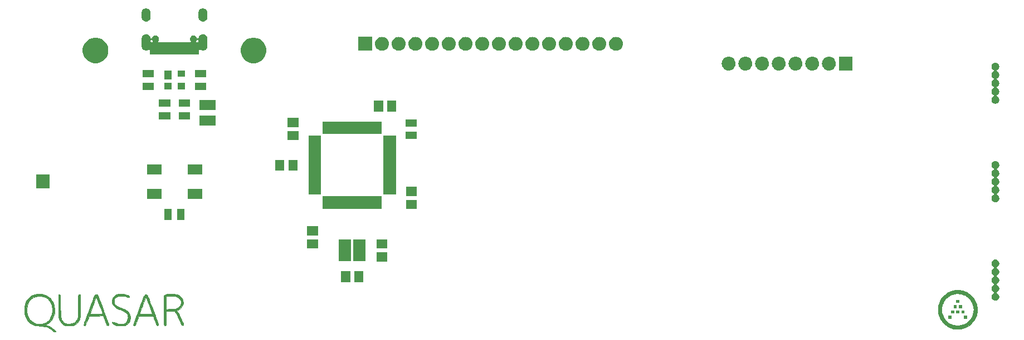
<source format=gts>
G04 #@! TF.GenerationSoftware,KiCad,Pcbnew,(5.0.2)-1*
G04 #@! TF.CreationDate,2019-03-13T03:35:54-07:00*
G04 #@! TF.ProjectId,ssk-controller,73736b2d-636f-46e7-9472-6f6c6c65722e,rev?*
G04 #@! TF.SameCoordinates,Original*
G04 #@! TF.FileFunction,Soldermask,Top*
G04 #@! TF.FilePolarity,Negative*
%FSLAX46Y46*%
G04 Gerber Fmt 4.6, Leading zero omitted, Abs format (unit mm)*
G04 Created by KiCad (PCBNEW (5.0.2)-1) date 3/13/2019 3:35:54 AM*
%MOMM*%
%LPD*%
G01*
G04 APERTURE LIST*
%ADD10C,0.010000*%
%ADD11C,0.100000*%
G04 APERTURE END LIST*
D10*
G04 #@! TO.C,G\002A\002A\002A*
G36*
X114825576Y-92124450D02*
X115280219Y-92194973D01*
X115651774Y-92323875D01*
X115940418Y-92511314D01*
X116146324Y-92757445D01*
X116269669Y-93062425D01*
X116310626Y-93426410D01*
X116310462Y-93450600D01*
X116259690Y-93790793D01*
X116122813Y-94087763D01*
X115908919Y-94329051D01*
X115627094Y-94502200D01*
X115512047Y-94545047D01*
X115380139Y-94587604D01*
X115297532Y-94615787D01*
X115285639Y-94620630D01*
X115309222Y-94658458D01*
X115384184Y-94746014D01*
X115443412Y-94810241D01*
X115518073Y-94914483D01*
X115620359Y-95091612D01*
X115741250Y-95322223D01*
X115871724Y-95586910D01*
X116002760Y-95866270D01*
X116125338Y-96140897D01*
X116230436Y-96391386D01*
X116309033Y-96598332D01*
X116352109Y-96742331D01*
X116357255Y-96776009D01*
X116327355Y-96883182D01*
X116241052Y-96927267D01*
X116130926Y-96894208D01*
X116113612Y-96881104D01*
X116071715Y-96817101D01*
X115998960Y-96675688D01*
X115903216Y-96473390D01*
X115792347Y-96226726D01*
X115696953Y-96005973D01*
X115521603Y-95610061D01*
X115368317Y-95299406D01*
X115239473Y-95078607D01*
X115167838Y-94983041D01*
X114985877Y-94777555D01*
X114367738Y-94755516D01*
X113749600Y-94733477D01*
X113749600Y-95733678D01*
X113746912Y-96082968D01*
X113739273Y-96381311D01*
X113727323Y-96615381D01*
X113711698Y-96771850D01*
X113697012Y-96832139D01*
X113612292Y-96910092D01*
X113501535Y-96930069D01*
X113427866Y-96896533D01*
X113420792Y-96840206D01*
X113414218Y-96692757D01*
X113408302Y-96464660D01*
X113403201Y-96166393D01*
X113399071Y-95808431D01*
X113396070Y-95401250D01*
X113394353Y-94955327D01*
X113394000Y-94633624D01*
X113394000Y-92473809D01*
X113749600Y-92473809D01*
X113749600Y-94452968D01*
X114422700Y-94427418D01*
X114693000Y-94413233D01*
X114943638Y-94393004D01*
X115148134Y-94369330D01*
X115280008Y-94344809D01*
X115287688Y-94342563D01*
X115500188Y-94240377D01*
X115703310Y-94081304D01*
X115861656Y-93896132D01*
X115916166Y-93795925D01*
X115980231Y-93524625D01*
X115962483Y-93243167D01*
X115870410Y-92978603D01*
X115711501Y-92757985D01*
X115604286Y-92669168D01*
X115352094Y-92545980D01*
X115027482Y-92460502D01*
X114653612Y-92415991D01*
X114253642Y-92415704D01*
X113985290Y-92441504D01*
X113749600Y-92473809D01*
X113394000Y-92473809D01*
X113394000Y-92404581D01*
X113513669Y-92284912D01*
X113650102Y-92205828D01*
X113869823Y-92148584D01*
X114156477Y-92115182D01*
X114493706Y-92107621D01*
X114825576Y-92124450D01*
X114825576Y-92124450D01*
G37*
X114825576Y-92124450D02*
X115280219Y-92194973D01*
X115651774Y-92323875D01*
X115940418Y-92511314D01*
X116146324Y-92757445D01*
X116269669Y-93062425D01*
X116310626Y-93426410D01*
X116310462Y-93450600D01*
X116259690Y-93790793D01*
X116122813Y-94087763D01*
X115908919Y-94329051D01*
X115627094Y-94502200D01*
X115512047Y-94545047D01*
X115380139Y-94587604D01*
X115297532Y-94615787D01*
X115285639Y-94620630D01*
X115309222Y-94658458D01*
X115384184Y-94746014D01*
X115443412Y-94810241D01*
X115518073Y-94914483D01*
X115620359Y-95091612D01*
X115741250Y-95322223D01*
X115871724Y-95586910D01*
X116002760Y-95866270D01*
X116125338Y-96140897D01*
X116230436Y-96391386D01*
X116309033Y-96598332D01*
X116352109Y-96742331D01*
X116357255Y-96776009D01*
X116327355Y-96883182D01*
X116241052Y-96927267D01*
X116130926Y-96894208D01*
X116113612Y-96881104D01*
X116071715Y-96817101D01*
X115998960Y-96675688D01*
X115903216Y-96473390D01*
X115792347Y-96226726D01*
X115696953Y-96005973D01*
X115521603Y-95610061D01*
X115368317Y-95299406D01*
X115239473Y-95078607D01*
X115167838Y-94983041D01*
X114985877Y-94777555D01*
X114367738Y-94755516D01*
X113749600Y-94733477D01*
X113749600Y-95733678D01*
X113746912Y-96082968D01*
X113739273Y-96381311D01*
X113727323Y-96615381D01*
X113711698Y-96771850D01*
X113697012Y-96832139D01*
X113612292Y-96910092D01*
X113501535Y-96930069D01*
X113427866Y-96896533D01*
X113420792Y-96840206D01*
X113414218Y-96692757D01*
X113408302Y-96464660D01*
X113403201Y-96166393D01*
X113399071Y-95808431D01*
X113396070Y-95401250D01*
X113394353Y-94955327D01*
X113394000Y-94633624D01*
X113394000Y-92473809D01*
X113749600Y-92473809D01*
X113749600Y-94452968D01*
X114422700Y-94427418D01*
X114693000Y-94413233D01*
X114943638Y-94393004D01*
X115148134Y-94369330D01*
X115280008Y-94344809D01*
X115287688Y-94342563D01*
X115500188Y-94240377D01*
X115703310Y-94081304D01*
X115861656Y-93896132D01*
X115916166Y-93795925D01*
X115980231Y-93524625D01*
X115962483Y-93243167D01*
X115870410Y-92978603D01*
X115711501Y-92757985D01*
X115604286Y-92669168D01*
X115352094Y-92545980D01*
X115027482Y-92460502D01*
X114653612Y-92415991D01*
X114253642Y-92415704D01*
X113985290Y-92441504D01*
X113749600Y-92473809D01*
X113394000Y-92473809D01*
X113394000Y-92404581D01*
X113513669Y-92284912D01*
X113650102Y-92205828D01*
X113869823Y-92148584D01*
X114156477Y-92115182D01*
X114493706Y-92107621D01*
X114825576Y-92124450D01*
G36*
X110706539Y-92172194D02*
X110760511Y-92202768D01*
X110818265Y-92267429D01*
X110883577Y-92373414D01*
X110960222Y-92527962D01*
X111051972Y-92738311D01*
X111162604Y-93011699D01*
X111295891Y-93355365D01*
X111455607Y-93776546D01*
X111645527Y-94282482D01*
X111738793Y-94531564D01*
X111909173Y-94989700D01*
X112066826Y-95419511D01*
X112208434Y-95811527D01*
X112330679Y-96156277D01*
X112430243Y-96444292D01*
X112503809Y-96666101D01*
X112548057Y-96812235D01*
X112559671Y-96873223D01*
X112559422Y-96873738D01*
X112476518Y-96925684D01*
X112363345Y-96912785D01*
X112270211Y-96846743D01*
X112227733Y-96769140D01*
X112160841Y-96616269D01*
X112078115Y-96408953D01*
X111988138Y-96168016D01*
X111971891Y-96122843D01*
X111743000Y-95482600D01*
X109560801Y-95482600D01*
X109318387Y-96137810D01*
X109225421Y-96383094D01*
X109140173Y-96597093D01*
X109070828Y-96760015D01*
X109025574Y-96852068D01*
X109018966Y-96861710D01*
X108923661Y-96919990D01*
X108813225Y-96922681D01*
X108743727Y-96876246D01*
X108754260Y-96819172D01*
X108797416Y-96676551D01*
X108869877Y-96457865D01*
X108968324Y-96172595D01*
X109089439Y-95830225D01*
X109229904Y-95440237D01*
X109358332Y-95088900D01*
X109699021Y-95088900D01*
X109712029Y-95112108D01*
X109778302Y-95129288D01*
X109908342Y-95141161D01*
X110112650Y-95148454D01*
X110401727Y-95151889D01*
X110619964Y-95152400D01*
X110970048Y-95150754D01*
X111228921Y-95145356D01*
X111406926Y-95135510D01*
X111514406Y-95120522D01*
X111561703Y-95099699D01*
X111566113Y-95088900D01*
X111549882Y-95022743D01*
X111504241Y-94879575D01*
X111434739Y-94674646D01*
X111346925Y-94423205D01*
X111246351Y-94140502D01*
X111138566Y-93841786D01*
X111029119Y-93542308D01*
X110923560Y-93257316D01*
X110827439Y-93002060D01*
X110746307Y-92791790D01*
X110685712Y-92641755D01*
X110651205Y-92567206D01*
X110646406Y-92561764D01*
X110621794Y-92607454D01*
X110567888Y-92736205D01*
X110489570Y-92935397D01*
X110391719Y-93192411D01*
X110279219Y-93494626D01*
X110169962Y-93793500D01*
X110048105Y-94129462D01*
X109937024Y-94435461D01*
X109841619Y-94698028D01*
X109766785Y-94903691D01*
X109717419Y-95038980D01*
X109699021Y-95088900D01*
X109358332Y-95088900D01*
X109386401Y-95012113D01*
X109555612Y-94555337D01*
X109559514Y-94544873D01*
X109760084Y-94008495D01*
X109929195Y-93559941D01*
X110070043Y-93191526D01*
X110185822Y-92895569D01*
X110279728Y-92664385D01*
X110354958Y-92490291D01*
X110414708Y-92365604D01*
X110462172Y-92282641D01*
X110500547Y-92233717D01*
X110529583Y-92212607D01*
X110594850Y-92184352D01*
X110652577Y-92168468D01*
X110706539Y-92172194D01*
X110706539Y-92172194D01*
G37*
X110706539Y-92172194D02*
X110760511Y-92202768D01*
X110818265Y-92267429D01*
X110883577Y-92373414D01*
X110960222Y-92527962D01*
X111051972Y-92738311D01*
X111162604Y-93011699D01*
X111295891Y-93355365D01*
X111455607Y-93776546D01*
X111645527Y-94282482D01*
X111738793Y-94531564D01*
X111909173Y-94989700D01*
X112066826Y-95419511D01*
X112208434Y-95811527D01*
X112330679Y-96156277D01*
X112430243Y-96444292D01*
X112503809Y-96666101D01*
X112548057Y-96812235D01*
X112559671Y-96873223D01*
X112559422Y-96873738D01*
X112476518Y-96925684D01*
X112363345Y-96912785D01*
X112270211Y-96846743D01*
X112227733Y-96769140D01*
X112160841Y-96616269D01*
X112078115Y-96408953D01*
X111988138Y-96168016D01*
X111971891Y-96122843D01*
X111743000Y-95482600D01*
X109560801Y-95482600D01*
X109318387Y-96137810D01*
X109225421Y-96383094D01*
X109140173Y-96597093D01*
X109070828Y-96760015D01*
X109025574Y-96852068D01*
X109018966Y-96861710D01*
X108923661Y-96919990D01*
X108813225Y-96922681D01*
X108743727Y-96876246D01*
X108754260Y-96819172D01*
X108797416Y-96676551D01*
X108869877Y-96457865D01*
X108968324Y-96172595D01*
X109089439Y-95830225D01*
X109229904Y-95440237D01*
X109358332Y-95088900D01*
X109699021Y-95088900D01*
X109712029Y-95112108D01*
X109778302Y-95129288D01*
X109908342Y-95141161D01*
X110112650Y-95148454D01*
X110401727Y-95151889D01*
X110619964Y-95152400D01*
X110970048Y-95150754D01*
X111228921Y-95145356D01*
X111406926Y-95135510D01*
X111514406Y-95120522D01*
X111561703Y-95099699D01*
X111566113Y-95088900D01*
X111549882Y-95022743D01*
X111504241Y-94879575D01*
X111434739Y-94674646D01*
X111346925Y-94423205D01*
X111246351Y-94140502D01*
X111138566Y-93841786D01*
X111029119Y-93542308D01*
X110923560Y-93257316D01*
X110827439Y-93002060D01*
X110746307Y-92791790D01*
X110685712Y-92641755D01*
X110651205Y-92567206D01*
X110646406Y-92561764D01*
X110621794Y-92607454D01*
X110567888Y-92736205D01*
X110489570Y-92935397D01*
X110391719Y-93192411D01*
X110279219Y-93494626D01*
X110169962Y-93793500D01*
X110048105Y-94129462D01*
X109937024Y-94435461D01*
X109841619Y-94698028D01*
X109766785Y-94903691D01*
X109717419Y-95038980D01*
X109699021Y-95088900D01*
X109358332Y-95088900D01*
X109386401Y-95012113D01*
X109555612Y-94555337D01*
X109559514Y-94544873D01*
X109760084Y-94008495D01*
X109929195Y-93559941D01*
X110070043Y-93191526D01*
X110185822Y-92895569D01*
X110279728Y-92664385D01*
X110354958Y-92490291D01*
X110414708Y-92365604D01*
X110462172Y-92282641D01*
X110500547Y-92233717D01*
X110529583Y-92212607D01*
X110594850Y-92184352D01*
X110652577Y-92168468D01*
X110706539Y-92172194D01*
G36*
X103124802Y-92165680D02*
X103185571Y-92181352D01*
X103185797Y-92181424D01*
X103216285Y-92191946D01*
X103244581Y-92207932D01*
X103273948Y-92237118D01*
X103307645Y-92287241D01*
X103348934Y-92366039D01*
X103401077Y-92481248D01*
X103467335Y-92640605D01*
X103550970Y-92851847D01*
X103655242Y-93122711D01*
X103783414Y-93460934D01*
X103938746Y-93874253D01*
X104124500Y-94370404D01*
X104250223Y-94706556D01*
X104412118Y-95142966D01*
X104561171Y-95551567D01*
X104693875Y-95922242D01*
X104806722Y-96244873D01*
X104896206Y-96509343D01*
X104958820Y-96705534D01*
X104991057Y-96823327D01*
X104994144Y-96852856D01*
X104925185Y-96920110D01*
X104821576Y-96919459D01*
X104720006Y-96855338D01*
X104690094Y-96816100D01*
X104646785Y-96725794D01*
X104579341Y-96561897D01*
X104496644Y-96346902D01*
X104407579Y-96103303D01*
X104398772Y-96078539D01*
X104177697Y-95455278D01*
X103090297Y-95468939D01*
X102002898Y-95482600D01*
X101741884Y-96193800D01*
X101639334Y-96469747D01*
X101562376Y-96664327D01*
X101503089Y-96792084D01*
X101453557Y-96867566D01*
X101405859Y-96905319D01*
X101352078Y-96919889D01*
X101346233Y-96920611D01*
X101235532Y-96915482D01*
X101180668Y-96886182D01*
X101191689Y-96829927D01*
X101235280Y-96688111D01*
X101308106Y-96470217D01*
X101406835Y-96185731D01*
X101528133Y-95844136D01*
X101668666Y-95454916D01*
X101803432Y-95086755D01*
X102167200Y-95086755D01*
X102188755Y-95110827D01*
X102260818Y-95128603D01*
X102394485Y-95140855D01*
X102600852Y-95148355D01*
X102891015Y-95151876D01*
X103110423Y-95152400D01*
X103441597Y-95151786D01*
X103684196Y-95149104D01*
X103851239Y-95143086D01*
X103955747Y-95132468D01*
X104010742Y-95115985D01*
X104029243Y-95092372D01*
X104025303Y-95063500D01*
X103957408Y-94859713D01*
X103869297Y-94608898D01*
X103766398Y-94325145D01*
X103654140Y-94022547D01*
X103537953Y-93715196D01*
X103423265Y-93417186D01*
X103315506Y-93142607D01*
X103220103Y-92905553D01*
X103142488Y-92720115D01*
X103088087Y-92600387D01*
X103062331Y-92560460D01*
X103061459Y-92561600D01*
X102931097Y-92915341D01*
X102797809Y-93280819D01*
X102666186Y-93645073D01*
X102540817Y-93995144D01*
X102426292Y-94318072D01*
X102327200Y-94600898D01*
X102248130Y-94830662D01*
X102193673Y-94994405D01*
X102168417Y-95079167D01*
X102167200Y-95086755D01*
X101803432Y-95086755D01*
X101825103Y-95027555D01*
X101994108Y-94571538D01*
X101995124Y-94568813D01*
X102199942Y-94020534D01*
X102373343Y-93560258D01*
X102518992Y-93180639D01*
X102640552Y-92874330D01*
X102741688Y-92633984D01*
X102826065Y-92452253D01*
X102897346Y-92321790D01*
X102959196Y-92235249D01*
X103015279Y-92185282D01*
X103069260Y-92164541D01*
X103124802Y-92165680D01*
X103124802Y-92165680D01*
G37*
X103124802Y-92165680D02*
X103185571Y-92181352D01*
X103185797Y-92181424D01*
X103216285Y-92191946D01*
X103244581Y-92207932D01*
X103273948Y-92237118D01*
X103307645Y-92287241D01*
X103348934Y-92366039D01*
X103401077Y-92481248D01*
X103467335Y-92640605D01*
X103550970Y-92851847D01*
X103655242Y-93122711D01*
X103783414Y-93460934D01*
X103938746Y-93874253D01*
X104124500Y-94370404D01*
X104250223Y-94706556D01*
X104412118Y-95142966D01*
X104561171Y-95551567D01*
X104693875Y-95922242D01*
X104806722Y-96244873D01*
X104896206Y-96509343D01*
X104958820Y-96705534D01*
X104991057Y-96823327D01*
X104994144Y-96852856D01*
X104925185Y-96920110D01*
X104821576Y-96919459D01*
X104720006Y-96855338D01*
X104690094Y-96816100D01*
X104646785Y-96725794D01*
X104579341Y-96561897D01*
X104496644Y-96346902D01*
X104407579Y-96103303D01*
X104398772Y-96078539D01*
X104177697Y-95455278D01*
X103090297Y-95468939D01*
X102002898Y-95482600D01*
X101741884Y-96193800D01*
X101639334Y-96469747D01*
X101562376Y-96664327D01*
X101503089Y-96792084D01*
X101453557Y-96867566D01*
X101405859Y-96905319D01*
X101352078Y-96919889D01*
X101346233Y-96920611D01*
X101235532Y-96915482D01*
X101180668Y-96886182D01*
X101191689Y-96829927D01*
X101235280Y-96688111D01*
X101308106Y-96470217D01*
X101406835Y-96185731D01*
X101528133Y-95844136D01*
X101668666Y-95454916D01*
X101803432Y-95086755D01*
X102167200Y-95086755D01*
X102188755Y-95110827D01*
X102260818Y-95128603D01*
X102394485Y-95140855D01*
X102600852Y-95148355D01*
X102891015Y-95151876D01*
X103110423Y-95152400D01*
X103441597Y-95151786D01*
X103684196Y-95149104D01*
X103851239Y-95143086D01*
X103955747Y-95132468D01*
X104010742Y-95115985D01*
X104029243Y-95092372D01*
X104025303Y-95063500D01*
X103957408Y-94859713D01*
X103869297Y-94608898D01*
X103766398Y-94325145D01*
X103654140Y-94022547D01*
X103537953Y-93715196D01*
X103423265Y-93417186D01*
X103315506Y-93142607D01*
X103220103Y-92905553D01*
X103142488Y-92720115D01*
X103088087Y-92600387D01*
X103062331Y-92560460D01*
X103061459Y-92561600D01*
X102931097Y-92915341D01*
X102797809Y-93280819D01*
X102666186Y-93645073D01*
X102540817Y-93995144D01*
X102426292Y-94318072D01*
X102327200Y-94600898D01*
X102248130Y-94830662D01*
X102193673Y-94994405D01*
X102168417Y-95079167D01*
X102167200Y-95086755D01*
X101803432Y-95086755D01*
X101825103Y-95027555D01*
X101994108Y-94571538D01*
X101995124Y-94568813D01*
X102199942Y-94020534D01*
X102373343Y-93560258D01*
X102518992Y-93180639D01*
X102640552Y-92874330D01*
X102741688Y-92633984D01*
X102826065Y-92452253D01*
X102897346Y-92321790D01*
X102959196Y-92235249D01*
X103015279Y-92185282D01*
X103069260Y-92164541D01*
X103124802Y-92165680D01*
G36*
X107207358Y-92147663D02*
X107496547Y-92186691D01*
X107746922Y-92244927D01*
X107946241Y-92317774D01*
X108082261Y-92400630D01*
X108142740Y-92488895D01*
X108115433Y-92577970D01*
X108105604Y-92588567D01*
X108052884Y-92625813D01*
X107981369Y-92631124D01*
X107863720Y-92602162D01*
X107727999Y-92556272D01*
X107448354Y-92481050D01*
X107134568Y-92433905D01*
X106823381Y-92417671D01*
X106551534Y-92435181D01*
X106443018Y-92457157D01*
X106265008Y-92531566D01*
X106087355Y-92644931D01*
X106040392Y-92684295D01*
X105933902Y-92793104D01*
X105875609Y-92896799D01*
X105847612Y-93036703D01*
X105838174Y-93151137D01*
X105857372Y-93438112D01*
X105958237Y-93684656D01*
X106145128Y-93895571D01*
X106422402Y-94075657D01*
X106794419Y-94229716D01*
X106827183Y-94240659D01*
X107282127Y-94413281D01*
X107642339Y-94603468D01*
X107914082Y-94817698D01*
X108103616Y-95062452D01*
X108217205Y-95344210D01*
X108261109Y-95669451D01*
X108262084Y-95725531D01*
X108226988Y-96091022D01*
X108116108Y-96392056D01*
X107924943Y-96636570D01*
X107648994Y-96832502D01*
X107628200Y-96843648D01*
X107412408Y-96919225D01*
X107129506Y-96964023D01*
X106809321Y-96977681D01*
X106481681Y-96959839D01*
X106176416Y-96910134D01*
X106011597Y-96863203D01*
X105745395Y-96752878D01*
X105568749Y-96640010D01*
X105485948Y-96528015D01*
X105488173Y-96446229D01*
X105522379Y-96397854D01*
X105586421Y-96383140D01*
X105696425Y-96404895D01*
X105868513Y-96465929D01*
X106066610Y-96546981D01*
X106283557Y-96625799D01*
X106490439Y-96667412D01*
X106738370Y-96681412D01*
X106784711Y-96681729D01*
X107163720Y-96654123D01*
X107461474Y-96567450D01*
X107681451Y-96418706D01*
X107827128Y-96204885D01*
X107901983Y-95922984D01*
X107914330Y-95705719D01*
X107898335Y-95479313D01*
X107846066Y-95287111D01*
X107747564Y-95120025D01*
X107592870Y-94968969D01*
X107372024Y-94824854D01*
X107075067Y-94678593D01*
X106692039Y-94521100D01*
X106561400Y-94471260D01*
X106178357Y-94296066D01*
X105885497Y-94090627D01*
X105674155Y-93848194D01*
X105602932Y-93724418D01*
X105493612Y-93404623D01*
X105480957Y-93089853D01*
X105562603Y-92793169D01*
X105736184Y-92527636D01*
X105837868Y-92426841D01*
X106019043Y-92292755D01*
X106217020Y-92203682D01*
X106456330Y-92152769D01*
X106761507Y-92133162D01*
X106891600Y-92132444D01*
X107207358Y-92147663D01*
X107207358Y-92147663D01*
G37*
X107207358Y-92147663D02*
X107496547Y-92186691D01*
X107746922Y-92244927D01*
X107946241Y-92317774D01*
X108082261Y-92400630D01*
X108142740Y-92488895D01*
X108115433Y-92577970D01*
X108105604Y-92588567D01*
X108052884Y-92625813D01*
X107981369Y-92631124D01*
X107863720Y-92602162D01*
X107727999Y-92556272D01*
X107448354Y-92481050D01*
X107134568Y-92433905D01*
X106823381Y-92417671D01*
X106551534Y-92435181D01*
X106443018Y-92457157D01*
X106265008Y-92531566D01*
X106087355Y-92644931D01*
X106040392Y-92684295D01*
X105933902Y-92793104D01*
X105875609Y-92896799D01*
X105847612Y-93036703D01*
X105838174Y-93151137D01*
X105857372Y-93438112D01*
X105958237Y-93684656D01*
X106145128Y-93895571D01*
X106422402Y-94075657D01*
X106794419Y-94229716D01*
X106827183Y-94240659D01*
X107282127Y-94413281D01*
X107642339Y-94603468D01*
X107914082Y-94817698D01*
X108103616Y-95062452D01*
X108217205Y-95344210D01*
X108261109Y-95669451D01*
X108262084Y-95725531D01*
X108226988Y-96091022D01*
X108116108Y-96392056D01*
X107924943Y-96636570D01*
X107648994Y-96832502D01*
X107628200Y-96843648D01*
X107412408Y-96919225D01*
X107129506Y-96964023D01*
X106809321Y-96977681D01*
X106481681Y-96959839D01*
X106176416Y-96910134D01*
X106011597Y-96863203D01*
X105745395Y-96752878D01*
X105568749Y-96640010D01*
X105485948Y-96528015D01*
X105488173Y-96446229D01*
X105522379Y-96397854D01*
X105586421Y-96383140D01*
X105696425Y-96404895D01*
X105868513Y-96465929D01*
X106066610Y-96546981D01*
X106283557Y-96625799D01*
X106490439Y-96667412D01*
X106738370Y-96681412D01*
X106784711Y-96681729D01*
X107163720Y-96654123D01*
X107461474Y-96567450D01*
X107681451Y-96418706D01*
X107827128Y-96204885D01*
X107901983Y-95922984D01*
X107914330Y-95705719D01*
X107898335Y-95479313D01*
X107846066Y-95287111D01*
X107747564Y-95120025D01*
X107592870Y-94968969D01*
X107372024Y-94824854D01*
X107075067Y-94678593D01*
X106692039Y-94521100D01*
X106561400Y-94471260D01*
X106178357Y-94296066D01*
X105885497Y-94090627D01*
X105674155Y-93848194D01*
X105602932Y-93724418D01*
X105493612Y-93404623D01*
X105480957Y-93089853D01*
X105562603Y-92793169D01*
X105736184Y-92527636D01*
X105837868Y-92426841D01*
X106019043Y-92292755D01*
X106217020Y-92203682D01*
X106456330Y-92152769D01*
X106761507Y-92133162D01*
X106891600Y-92132444D01*
X107207358Y-92147663D01*
G36*
X100593459Y-92180586D02*
X100640109Y-92227676D01*
X100657488Y-92278323D01*
X100670738Y-92388108D01*
X100680032Y-92564283D01*
X100685541Y-92814103D01*
X100687439Y-93144821D01*
X100685896Y-93563691D01*
X100682025Y-93992976D01*
X100676228Y-94469564D01*
X100669738Y-94856142D01*
X100661927Y-95164302D01*
X100652167Y-95405636D01*
X100639831Y-95591733D01*
X100624289Y-95734184D01*
X100604916Y-95844582D01*
X100581081Y-95934515D01*
X100575993Y-95950258D01*
X100407596Y-96303239D01*
X100160134Y-96596252D01*
X99881562Y-96797377D01*
X99741410Y-96871034D01*
X99617404Y-96918278D01*
X99478492Y-96945794D01*
X99293624Y-96960266D01*
X99094162Y-96966884D01*
X98744791Y-96964101D01*
X98477167Y-96934937D01*
X98337653Y-96900677D01*
X98058504Y-96762893D01*
X97804426Y-96545321D01*
X97595570Y-96269652D01*
X97452087Y-95957579D01*
X97447233Y-95942195D01*
X97418169Y-95842104D01*
X97394936Y-95742027D01*
X97376888Y-95629540D01*
X97363377Y-95492220D01*
X97353755Y-95317646D01*
X97347374Y-95093392D01*
X97343588Y-94807037D01*
X97341749Y-94446157D01*
X97341209Y-93998329D01*
X97341200Y-93907884D01*
X97341714Y-93441809D01*
X97343549Y-93067451D01*
X97347141Y-92774931D01*
X97352929Y-92554369D01*
X97361351Y-92395888D01*
X97372843Y-92289607D01*
X97387844Y-92225647D01*
X97406790Y-92194129D01*
X97417399Y-92187629D01*
X97474968Y-92168048D01*
X97521552Y-92164302D01*
X97558474Y-92185785D01*
X97587058Y-92241889D01*
X97608627Y-92342007D01*
X97624502Y-92495531D01*
X97636008Y-92711856D01*
X97644467Y-93000373D01*
X97651202Y-93370476D01*
X97657536Y-93831558D01*
X97658400Y-93898766D01*
X97665864Y-94413757D01*
X97675054Y-94838251D01*
X97687863Y-95183349D01*
X97706185Y-95460153D01*
X97731914Y-95679766D01*
X97766943Y-95853289D01*
X97813166Y-95991826D01*
X97872477Y-96106477D01*
X97946770Y-96208346D01*
X98037938Y-96308533D01*
X98076018Y-96347092D01*
X98256019Y-96500462D01*
X98447603Y-96600186D01*
X98677923Y-96655471D01*
X98974134Y-96675521D01*
X99046590Y-96676116D01*
X99416825Y-96638561D01*
X99722733Y-96523840D01*
X99968485Y-96329830D01*
X100115703Y-96131220D01*
X100209143Y-95950811D01*
X100280457Y-95770582D01*
X100305644Y-95674020D01*
X100313544Y-95576240D01*
X100320760Y-95391083D01*
X100327033Y-95132769D01*
X100332106Y-94815519D01*
X100335721Y-94453554D01*
X100337619Y-94061096D01*
X100337840Y-93898728D01*
X100338558Y-93448151D01*
X100340701Y-93088487D01*
X100344786Y-92809051D01*
X100351330Y-92599161D01*
X100360849Y-92448134D01*
X100373858Y-92345285D01*
X100390874Y-92279931D01*
X100412414Y-92241390D01*
X100418228Y-92235028D01*
X100514981Y-92163626D01*
X100593459Y-92180586D01*
X100593459Y-92180586D01*
G37*
X100593459Y-92180586D02*
X100640109Y-92227676D01*
X100657488Y-92278323D01*
X100670738Y-92388108D01*
X100680032Y-92564283D01*
X100685541Y-92814103D01*
X100687439Y-93144821D01*
X100685896Y-93563691D01*
X100682025Y-93992976D01*
X100676228Y-94469564D01*
X100669738Y-94856142D01*
X100661927Y-95164302D01*
X100652167Y-95405636D01*
X100639831Y-95591733D01*
X100624289Y-95734184D01*
X100604916Y-95844582D01*
X100581081Y-95934515D01*
X100575993Y-95950258D01*
X100407596Y-96303239D01*
X100160134Y-96596252D01*
X99881562Y-96797377D01*
X99741410Y-96871034D01*
X99617404Y-96918278D01*
X99478492Y-96945794D01*
X99293624Y-96960266D01*
X99094162Y-96966884D01*
X98744791Y-96964101D01*
X98477167Y-96934937D01*
X98337653Y-96900677D01*
X98058504Y-96762893D01*
X97804426Y-96545321D01*
X97595570Y-96269652D01*
X97452087Y-95957579D01*
X97447233Y-95942195D01*
X97418169Y-95842104D01*
X97394936Y-95742027D01*
X97376888Y-95629540D01*
X97363377Y-95492220D01*
X97353755Y-95317646D01*
X97347374Y-95093392D01*
X97343588Y-94807037D01*
X97341749Y-94446157D01*
X97341209Y-93998329D01*
X97341200Y-93907884D01*
X97341714Y-93441809D01*
X97343549Y-93067451D01*
X97347141Y-92774931D01*
X97352929Y-92554369D01*
X97361351Y-92395888D01*
X97372843Y-92289607D01*
X97387844Y-92225647D01*
X97406790Y-92194129D01*
X97417399Y-92187629D01*
X97474968Y-92168048D01*
X97521552Y-92164302D01*
X97558474Y-92185785D01*
X97587058Y-92241889D01*
X97608627Y-92342007D01*
X97624502Y-92495531D01*
X97636008Y-92711856D01*
X97644467Y-93000373D01*
X97651202Y-93370476D01*
X97657536Y-93831558D01*
X97658400Y-93898766D01*
X97665864Y-94413757D01*
X97675054Y-94838251D01*
X97687863Y-95183349D01*
X97706185Y-95460153D01*
X97731914Y-95679766D01*
X97766943Y-95853289D01*
X97813166Y-95991826D01*
X97872477Y-96106477D01*
X97946770Y-96208346D01*
X98037938Y-96308533D01*
X98076018Y-96347092D01*
X98256019Y-96500462D01*
X98447603Y-96600186D01*
X98677923Y-96655471D01*
X98974134Y-96675521D01*
X99046590Y-96676116D01*
X99416825Y-96638561D01*
X99722733Y-96523840D01*
X99968485Y-96329830D01*
X100115703Y-96131220D01*
X100209143Y-95950811D01*
X100280457Y-95770582D01*
X100305644Y-95674020D01*
X100313544Y-95576240D01*
X100320760Y-95391083D01*
X100327033Y-95132769D01*
X100332106Y-94815519D01*
X100335721Y-94453554D01*
X100337619Y-94061096D01*
X100337840Y-93898728D01*
X100338558Y-93448151D01*
X100340701Y-93088487D01*
X100344786Y-92809051D01*
X100351330Y-92599161D01*
X100360849Y-92448134D01*
X100373858Y-92345285D01*
X100390874Y-92279931D01*
X100412414Y-92241390D01*
X100418228Y-92235028D01*
X100514981Y-92163626D01*
X100593459Y-92180586D01*
G36*
X94855106Y-92143399D02*
X95304791Y-92247832D01*
X95693889Y-92425244D01*
X96040473Y-92684309D01*
X96100646Y-92741167D01*
X96394263Y-93096132D01*
X96605186Y-93507649D01*
X96734020Y-93977340D01*
X96781370Y-94506822D01*
X96781649Y-94562433D01*
X96739472Y-95068517D01*
X96618210Y-95530739D01*
X96422492Y-95940058D01*
X96156947Y-96287430D01*
X95826203Y-96563814D01*
X95725440Y-96625600D01*
X95571664Y-96716553D01*
X95459873Y-96788796D01*
X95412685Y-96827646D01*
X95412381Y-96828800D01*
X95456087Y-96855295D01*
X95571092Y-96898446D01*
X95703036Y-96940025D01*
X95906953Y-97017390D01*
X96126866Y-97129493D01*
X96346918Y-97264380D01*
X96551250Y-97410101D01*
X96724003Y-97554702D01*
X96849320Y-97686230D01*
X96911342Y-97792734D01*
X96907520Y-97847841D01*
X96821877Y-97900498D01*
X96687604Y-97876508D01*
X96517222Y-97780362D01*
X96360259Y-97651669D01*
X96153528Y-97472049D01*
X95957286Y-97332756D01*
X95752201Y-97226916D01*
X95518941Y-97147653D01*
X95238174Y-97088092D01*
X94890569Y-97041357D01*
X94552260Y-97008661D01*
X94231032Y-96978136D01*
X93988734Y-96947480D01*
X93802781Y-96912384D01*
X93650588Y-96868542D01*
X93509571Y-96811646D01*
X93502535Y-96808440D01*
X93093824Y-96567672D01*
X92751988Y-96253884D01*
X92484868Y-95876171D01*
X92300303Y-95443629D01*
X92286797Y-95398084D01*
X92229979Y-95113506D01*
X92198454Y-94771469D01*
X92193119Y-94418583D01*
X92534806Y-94418583D01*
X92548520Y-94862441D01*
X92634839Y-95297469D01*
X92760317Y-95631954D01*
X92985818Y-96005557D01*
X93272869Y-96300509D01*
X93615866Y-96514397D01*
X94009201Y-96644810D01*
X94447268Y-96689337D01*
X94924461Y-96645565D01*
X95055200Y-96619211D01*
X95408604Y-96489665D01*
X95726129Y-96273015D01*
X95997673Y-95980432D01*
X96213132Y-95623089D01*
X96362406Y-95212157D01*
X96375547Y-95159111D01*
X96408146Y-94930239D01*
X96418575Y-94642683D01*
X96408540Y-94331670D01*
X96379749Y-94032429D01*
X96333908Y-93780188D01*
X96303865Y-93679200D01*
X96226498Y-93506235D01*
X96116854Y-93307135D01*
X96040741Y-93187563D01*
X95776523Y-92886671D01*
X95455026Y-92658122D01*
X95091739Y-92503350D01*
X94702149Y-92423791D01*
X94301744Y-92420880D01*
X93906011Y-92496053D01*
X93530438Y-92650745D01*
X93190512Y-92886392D01*
X93153122Y-92919929D01*
X92902855Y-93216570D01*
X92714617Y-93577395D01*
X92591053Y-93984150D01*
X92534806Y-94418583D01*
X92193119Y-94418583D01*
X92193019Y-94412022D01*
X92214469Y-94075214D01*
X92255661Y-93831600D01*
X92415103Y-93380267D01*
X92651927Y-92988092D01*
X92956955Y-92661036D01*
X93321012Y-92405057D01*
X93734919Y-92226117D01*
X94189498Y-92130175D01*
X94675573Y-92123192D01*
X94855106Y-92143399D01*
X94855106Y-92143399D01*
G37*
X94855106Y-92143399D02*
X95304791Y-92247832D01*
X95693889Y-92425244D01*
X96040473Y-92684309D01*
X96100646Y-92741167D01*
X96394263Y-93096132D01*
X96605186Y-93507649D01*
X96734020Y-93977340D01*
X96781370Y-94506822D01*
X96781649Y-94562433D01*
X96739472Y-95068517D01*
X96618210Y-95530739D01*
X96422492Y-95940058D01*
X96156947Y-96287430D01*
X95826203Y-96563814D01*
X95725440Y-96625600D01*
X95571664Y-96716553D01*
X95459873Y-96788796D01*
X95412685Y-96827646D01*
X95412381Y-96828800D01*
X95456087Y-96855295D01*
X95571092Y-96898446D01*
X95703036Y-96940025D01*
X95906953Y-97017390D01*
X96126866Y-97129493D01*
X96346918Y-97264380D01*
X96551250Y-97410101D01*
X96724003Y-97554702D01*
X96849320Y-97686230D01*
X96911342Y-97792734D01*
X96907520Y-97847841D01*
X96821877Y-97900498D01*
X96687604Y-97876508D01*
X96517222Y-97780362D01*
X96360259Y-97651669D01*
X96153528Y-97472049D01*
X95957286Y-97332756D01*
X95752201Y-97226916D01*
X95518941Y-97147653D01*
X95238174Y-97088092D01*
X94890569Y-97041357D01*
X94552260Y-97008661D01*
X94231032Y-96978136D01*
X93988734Y-96947480D01*
X93802781Y-96912384D01*
X93650588Y-96868542D01*
X93509571Y-96811646D01*
X93502535Y-96808440D01*
X93093824Y-96567672D01*
X92751988Y-96253884D01*
X92484868Y-95876171D01*
X92300303Y-95443629D01*
X92286797Y-95398084D01*
X92229979Y-95113506D01*
X92198454Y-94771469D01*
X92193119Y-94418583D01*
X92534806Y-94418583D01*
X92548520Y-94862441D01*
X92634839Y-95297469D01*
X92760317Y-95631954D01*
X92985818Y-96005557D01*
X93272869Y-96300509D01*
X93615866Y-96514397D01*
X94009201Y-96644810D01*
X94447268Y-96689337D01*
X94924461Y-96645565D01*
X95055200Y-96619211D01*
X95408604Y-96489665D01*
X95726129Y-96273015D01*
X95997673Y-95980432D01*
X96213132Y-95623089D01*
X96362406Y-95212157D01*
X96375547Y-95159111D01*
X96408146Y-94930239D01*
X96418575Y-94642683D01*
X96408540Y-94331670D01*
X96379749Y-94032429D01*
X96333908Y-93780188D01*
X96303865Y-93679200D01*
X96226498Y-93506235D01*
X96116854Y-93307135D01*
X96040741Y-93187563D01*
X95776523Y-92886671D01*
X95455026Y-92658122D01*
X95091739Y-92503350D01*
X94702149Y-92423791D01*
X94301744Y-92420880D01*
X93906011Y-92496053D01*
X93530438Y-92650745D01*
X93190512Y-92886392D01*
X93153122Y-92919929D01*
X92902855Y-93216570D01*
X92714617Y-93577395D01*
X92591053Y-93984150D01*
X92534806Y-94418583D01*
X92193119Y-94418583D01*
X92193019Y-94412022D01*
X92214469Y-94075214D01*
X92255661Y-93831600D01*
X92415103Y-93380267D01*
X92651927Y-92988092D01*
X92956955Y-92661036D01*
X93321012Y-92405057D01*
X93734919Y-92226117D01*
X94189498Y-92130175D01*
X94675573Y-92123192D01*
X94855106Y-92143399D01*
G36*
X234190500Y-93420500D02*
X233785688Y-93420500D01*
X233785688Y-93015688D01*
X234190500Y-93015688D01*
X234190500Y-93420500D01*
X234190500Y-93420500D01*
G37*
X234190500Y-93420500D02*
X233785688Y-93420500D01*
X233785688Y-93015688D01*
X234190500Y-93015688D01*
X234190500Y-93420500D01*
G36*
X234595313Y-94206313D02*
X234190500Y-94206313D01*
X234190500Y-93825313D01*
X234595313Y-93825313D01*
X234595313Y-94206313D01*
X234595313Y-94206313D01*
G37*
X234595313Y-94206313D02*
X234190500Y-94206313D01*
X234190500Y-93825313D01*
X234595313Y-93825313D01*
X234595313Y-94206313D01*
G36*
X233785688Y-94206313D02*
X233404688Y-94206313D01*
X233404688Y-93825313D01*
X233785688Y-93825313D01*
X233785688Y-94206313D01*
X233785688Y-94206313D01*
G37*
X233785688Y-94206313D02*
X233404688Y-94206313D01*
X233404688Y-93825313D01*
X233785688Y-93825313D01*
X233785688Y-94206313D01*
G36*
X234976313Y-95015938D02*
X234595313Y-95015938D01*
X234595313Y-94611125D01*
X234976313Y-94611125D01*
X234976313Y-95015938D01*
X234976313Y-95015938D01*
G37*
X234976313Y-95015938D02*
X234595313Y-95015938D01*
X234595313Y-94611125D01*
X234976313Y-94611125D01*
X234976313Y-95015938D01*
G36*
X234190500Y-95015938D02*
X233785688Y-95015938D01*
X233785688Y-94611125D01*
X234190500Y-94611125D01*
X234190500Y-95015938D01*
X234190500Y-95015938D01*
G37*
X234190500Y-95015938D02*
X233785688Y-95015938D01*
X233785688Y-94611125D01*
X234190500Y-94611125D01*
X234190500Y-95015938D01*
G36*
X233404688Y-95015938D02*
X232999875Y-95015938D01*
X232999875Y-94611125D01*
X233404688Y-94611125D01*
X233404688Y-95015938D01*
X233404688Y-95015938D01*
G37*
X233404688Y-95015938D02*
X232999875Y-95015938D01*
X232999875Y-94611125D01*
X233404688Y-94611125D01*
X233404688Y-95015938D01*
G36*
X235381125Y-95801750D02*
X234976313Y-95801750D01*
X234976313Y-95396938D01*
X235381125Y-95396938D01*
X235381125Y-95801750D01*
X235381125Y-95801750D01*
G37*
X235381125Y-95801750D02*
X234976313Y-95801750D01*
X234976313Y-95396938D01*
X235381125Y-95396938D01*
X235381125Y-95801750D01*
G36*
X232999875Y-95801750D02*
X232595063Y-95801750D01*
X232595063Y-95396938D01*
X232999875Y-95396938D01*
X232999875Y-95801750D01*
X232999875Y-95801750D01*
G37*
X232999875Y-95801750D02*
X232595063Y-95801750D01*
X232595063Y-95396938D01*
X232999875Y-95396938D01*
X232999875Y-95801750D01*
G36*
X234003969Y-91528045D02*
X234128087Y-91529415D01*
X234239799Y-91533572D01*
X234342392Y-91540919D01*
X234439156Y-91551860D01*
X234533378Y-91566798D01*
X234628347Y-91586137D01*
X234727351Y-91610281D01*
X234772630Y-91622418D01*
X234981177Y-91687656D01*
X235183265Y-91766992D01*
X235378128Y-91860028D01*
X235564999Y-91966368D01*
X235743114Y-92085616D01*
X235895260Y-92203617D01*
X236052928Y-92344342D01*
X236200265Y-92495787D01*
X236336586Y-92656885D01*
X236461208Y-92826567D01*
X236573447Y-93003766D01*
X236672620Y-93187416D01*
X236758042Y-93376447D01*
X236829030Y-93569793D01*
X236877784Y-93737803D01*
X236910855Y-93877789D01*
X236936215Y-94009725D01*
X236954607Y-94138997D01*
X236966775Y-94270993D01*
X236973461Y-94411100D01*
X236974114Y-94436500D01*
X236971395Y-94654797D01*
X236953200Y-94869580D01*
X236919535Y-95080821D01*
X236870406Y-95288489D01*
X236805819Y-95492555D01*
X236741622Y-95656487D01*
X236713539Y-95721752D01*
X236689477Y-95775910D01*
X236667608Y-95822613D01*
X236646107Y-95865513D01*
X236623146Y-95908263D01*
X236596900Y-95954515D01*
X236567775Y-96004156D01*
X236448556Y-96190427D01*
X236318452Y-96365153D01*
X236177329Y-96528465D01*
X236025055Y-96680496D01*
X235861497Y-96821380D01*
X235686524Y-96951248D01*
X235504156Y-97067775D01*
X235451327Y-97098744D01*
X235405414Y-97124721D01*
X235362765Y-97147531D01*
X235319728Y-97169001D01*
X235272651Y-97190957D01*
X235217881Y-97215225D01*
X235156487Y-97241622D01*
X235060254Y-97281169D01*
X234971536Y-97314208D01*
X234884422Y-97342695D01*
X234792998Y-97368589D01*
X234710406Y-97389322D01*
X234545890Y-97424876D01*
X234388795Y-97450553D01*
X234234567Y-97466893D01*
X234078649Y-97474436D01*
X233988094Y-97475013D01*
X233936875Y-97474498D01*
X233888754Y-97473793D01*
X233846874Y-97472960D01*
X233814378Y-97472063D01*
X233794410Y-97471165D01*
X233793625Y-97471109D01*
X233577451Y-97447157D01*
X233364694Y-97408170D01*
X233156213Y-97354467D01*
X232952868Y-97286363D01*
X232755516Y-97204176D01*
X232565018Y-97108225D01*
X232382232Y-96998826D01*
X232231276Y-96893796D01*
X232058349Y-96755449D01*
X231897665Y-96607088D01*
X231749451Y-96449039D01*
X231613929Y-96281632D01*
X231491324Y-96105194D01*
X231381861Y-95920052D01*
X231285763Y-95726535D01*
X231203256Y-95524971D01*
X231134563Y-95315688D01*
X231122418Y-95272630D01*
X231096052Y-95170835D01*
X231074667Y-95074511D01*
X231057859Y-94980367D01*
X231045225Y-94885117D01*
X231036360Y-94785470D01*
X231030862Y-94678140D01*
X231028326Y-94559836D01*
X231028045Y-94503969D01*
X231028720Y-94448608D01*
X231560794Y-94448608D01*
X231560897Y-94528746D01*
X231562563Y-94608410D01*
X231565759Y-94683537D01*
X231570456Y-94750060D01*
X231574176Y-94785750D01*
X231606050Y-94983048D01*
X231652701Y-95174663D01*
X231713951Y-95360222D01*
X231789619Y-95539349D01*
X231879527Y-95711669D01*
X231983494Y-95876809D01*
X232101341Y-96034393D01*
X232232888Y-96184047D01*
X232255224Y-96207260D01*
X232389458Y-96334334D01*
X232535160Y-96452270D01*
X232689631Y-96559090D01*
X232850169Y-96652816D01*
X232895958Y-96676504D01*
X232970366Y-96713153D01*
X233035607Y-96743372D01*
X233096104Y-96768940D01*
X233156278Y-96791634D01*
X233220551Y-96813233D01*
X233285625Y-96833227D01*
X233474838Y-96882640D01*
X233660589Y-96917091D01*
X233844327Y-96936714D01*
X234027503Y-96941642D01*
X234211564Y-96932011D01*
X234278106Y-96925031D01*
X234465438Y-96896087D01*
X234645019Y-96854278D01*
X234819357Y-96798854D01*
X234990959Y-96729064D01*
X235087916Y-96682866D01*
X235258548Y-96589447D01*
X235417964Y-96485712D01*
X235566922Y-96370974D01*
X235706179Y-96244550D01*
X235836494Y-96105754D01*
X235958624Y-95953903D01*
X236066892Y-95798259D01*
X236092018Y-95757068D01*
X236121341Y-95704940D01*
X236153041Y-95645496D01*
X236185299Y-95582356D01*
X236216293Y-95519140D01*
X236244206Y-95459467D01*
X236267215Y-95406957D01*
X236280653Y-95373125D01*
X236343520Y-95181584D01*
X236390916Y-94988845D01*
X236422800Y-94795450D01*
X236439130Y-94601940D01*
X236439868Y-94408857D01*
X236424972Y-94216742D01*
X236394402Y-94026136D01*
X236384599Y-93980094D01*
X236350950Y-93843801D01*
X236312642Y-93717618D01*
X236267704Y-93596007D01*
X236214163Y-93473432D01*
X236176504Y-93395958D01*
X236082799Y-93227110D01*
X235975974Y-93066673D01*
X235856798Y-92915368D01*
X235726037Y-92773914D01*
X235584460Y-92643031D01*
X235432834Y-92523440D01*
X235271927Y-92415860D01*
X235102507Y-92321011D01*
X234958325Y-92253480D01*
X234786697Y-92187085D01*
X234614143Y-92135087D01*
X234438656Y-92097078D01*
X234258226Y-92072651D01*
X234070845Y-92061397D01*
X234007938Y-92060507D01*
X233809843Y-92066877D01*
X233618215Y-92087522D01*
X233432281Y-92122673D01*
X233251265Y-92172567D01*
X233074394Y-92237435D01*
X232900894Y-92317513D01*
X232729991Y-92413035D01*
X232629294Y-92477244D01*
X232489861Y-92578772D01*
X232355663Y-92693278D01*
X232228341Y-92818839D01*
X232109535Y-92953531D01*
X232000886Y-93095431D01*
X231904035Y-93242615D01*
X231820622Y-93393161D01*
X231785826Y-93466080D01*
X231724423Y-93610939D01*
X231674192Y-93750178D01*
X231633935Y-93888126D01*
X231602456Y-94029114D01*
X231578556Y-94177471D01*
X231570155Y-94246000D01*
X231565392Y-94303170D01*
X231562282Y-94372061D01*
X231560794Y-94448608D01*
X231028720Y-94448608D01*
X231029790Y-94360973D01*
X231035664Y-94230106D01*
X231046238Y-94108025D01*
X231062085Y-93991385D01*
X231083777Y-93876844D01*
X231111887Y-93761059D01*
X231146986Y-93640687D01*
X231189647Y-93512384D01*
X231205341Y-93468125D01*
X231283726Y-93273406D01*
X231376566Y-93085072D01*
X231483672Y-92903385D01*
X231604852Y-92728608D01*
X231739917Y-92561003D01*
X231888674Y-92400833D01*
X232050933Y-92248360D01*
X232157771Y-92158179D01*
X232243600Y-92092686D01*
X232341139Y-92025360D01*
X232446748Y-91958412D01*
X232556786Y-91894055D01*
X232667613Y-91834500D01*
X232775589Y-91781958D01*
X232781594Y-91779215D01*
X232851554Y-91749342D01*
X232932735Y-91717956D01*
X233020767Y-91686536D01*
X233111279Y-91656562D01*
X233199901Y-91629511D01*
X233282264Y-91606864D01*
X233314150Y-91598971D01*
X233407375Y-91578203D01*
X233496349Y-91561543D01*
X233584353Y-91548652D01*
X233674669Y-91539195D01*
X233770578Y-91532832D01*
X233875360Y-91529228D01*
X233992295Y-91528044D01*
X234003969Y-91528045D01*
X234003969Y-91528045D01*
G37*
X234003969Y-91528045D02*
X234128087Y-91529415D01*
X234239799Y-91533572D01*
X234342392Y-91540919D01*
X234439156Y-91551860D01*
X234533378Y-91566798D01*
X234628347Y-91586137D01*
X234727351Y-91610281D01*
X234772630Y-91622418D01*
X234981177Y-91687656D01*
X235183265Y-91766992D01*
X235378128Y-91860028D01*
X235564999Y-91966368D01*
X235743114Y-92085616D01*
X235895260Y-92203617D01*
X236052928Y-92344342D01*
X236200265Y-92495787D01*
X236336586Y-92656885D01*
X236461208Y-92826567D01*
X236573447Y-93003766D01*
X236672620Y-93187416D01*
X236758042Y-93376447D01*
X236829030Y-93569793D01*
X236877784Y-93737803D01*
X236910855Y-93877789D01*
X236936215Y-94009725D01*
X236954607Y-94138997D01*
X236966775Y-94270993D01*
X236973461Y-94411100D01*
X236974114Y-94436500D01*
X236971395Y-94654797D01*
X236953200Y-94869580D01*
X236919535Y-95080821D01*
X236870406Y-95288489D01*
X236805819Y-95492555D01*
X236741622Y-95656487D01*
X236713539Y-95721752D01*
X236689477Y-95775910D01*
X236667608Y-95822613D01*
X236646107Y-95865513D01*
X236623146Y-95908263D01*
X236596900Y-95954515D01*
X236567775Y-96004156D01*
X236448556Y-96190427D01*
X236318452Y-96365153D01*
X236177329Y-96528465D01*
X236025055Y-96680496D01*
X235861497Y-96821380D01*
X235686524Y-96951248D01*
X235504156Y-97067775D01*
X235451327Y-97098744D01*
X235405414Y-97124721D01*
X235362765Y-97147531D01*
X235319728Y-97169001D01*
X235272651Y-97190957D01*
X235217881Y-97215225D01*
X235156487Y-97241622D01*
X235060254Y-97281169D01*
X234971536Y-97314208D01*
X234884422Y-97342695D01*
X234792998Y-97368589D01*
X234710406Y-97389322D01*
X234545890Y-97424876D01*
X234388795Y-97450553D01*
X234234567Y-97466893D01*
X234078649Y-97474436D01*
X233988094Y-97475013D01*
X233936875Y-97474498D01*
X233888754Y-97473793D01*
X233846874Y-97472960D01*
X233814378Y-97472063D01*
X233794410Y-97471165D01*
X233793625Y-97471109D01*
X233577451Y-97447157D01*
X233364694Y-97408170D01*
X233156213Y-97354467D01*
X232952868Y-97286363D01*
X232755516Y-97204176D01*
X232565018Y-97108225D01*
X232382232Y-96998826D01*
X232231276Y-96893796D01*
X232058349Y-96755449D01*
X231897665Y-96607088D01*
X231749451Y-96449039D01*
X231613929Y-96281632D01*
X231491324Y-96105194D01*
X231381861Y-95920052D01*
X231285763Y-95726535D01*
X231203256Y-95524971D01*
X231134563Y-95315688D01*
X231122418Y-95272630D01*
X231096052Y-95170835D01*
X231074667Y-95074511D01*
X231057859Y-94980367D01*
X231045225Y-94885117D01*
X231036360Y-94785470D01*
X231030862Y-94678140D01*
X231028326Y-94559836D01*
X231028045Y-94503969D01*
X231028720Y-94448608D01*
X231560794Y-94448608D01*
X231560897Y-94528746D01*
X231562563Y-94608410D01*
X231565759Y-94683537D01*
X231570456Y-94750060D01*
X231574176Y-94785750D01*
X231606050Y-94983048D01*
X231652701Y-95174663D01*
X231713951Y-95360222D01*
X231789619Y-95539349D01*
X231879527Y-95711669D01*
X231983494Y-95876809D01*
X232101341Y-96034393D01*
X232232888Y-96184047D01*
X232255224Y-96207260D01*
X232389458Y-96334334D01*
X232535160Y-96452270D01*
X232689631Y-96559090D01*
X232850169Y-96652816D01*
X232895958Y-96676504D01*
X232970366Y-96713153D01*
X233035607Y-96743372D01*
X233096104Y-96768940D01*
X233156278Y-96791634D01*
X233220551Y-96813233D01*
X233285625Y-96833227D01*
X233474838Y-96882640D01*
X233660589Y-96917091D01*
X233844327Y-96936714D01*
X234027503Y-96941642D01*
X234211564Y-96932011D01*
X234278106Y-96925031D01*
X234465438Y-96896087D01*
X234645019Y-96854278D01*
X234819357Y-96798854D01*
X234990959Y-96729064D01*
X235087916Y-96682866D01*
X235258548Y-96589447D01*
X235417964Y-96485712D01*
X235566922Y-96370974D01*
X235706179Y-96244550D01*
X235836494Y-96105754D01*
X235958624Y-95953903D01*
X236066892Y-95798259D01*
X236092018Y-95757068D01*
X236121341Y-95704940D01*
X236153041Y-95645496D01*
X236185299Y-95582356D01*
X236216293Y-95519140D01*
X236244206Y-95459467D01*
X236267215Y-95406957D01*
X236280653Y-95373125D01*
X236343520Y-95181584D01*
X236390916Y-94988845D01*
X236422800Y-94795450D01*
X236439130Y-94601940D01*
X236439868Y-94408857D01*
X236424972Y-94216742D01*
X236394402Y-94026136D01*
X236384599Y-93980094D01*
X236350950Y-93843801D01*
X236312642Y-93717618D01*
X236267704Y-93596007D01*
X236214163Y-93473432D01*
X236176504Y-93395958D01*
X236082799Y-93227110D01*
X235975974Y-93066673D01*
X235856798Y-92915368D01*
X235726037Y-92773914D01*
X235584460Y-92643031D01*
X235432834Y-92523440D01*
X235271927Y-92415860D01*
X235102507Y-92321011D01*
X234958325Y-92253480D01*
X234786697Y-92187085D01*
X234614143Y-92135087D01*
X234438656Y-92097078D01*
X234258226Y-92072651D01*
X234070845Y-92061397D01*
X234007938Y-92060507D01*
X233809843Y-92066877D01*
X233618215Y-92087522D01*
X233432281Y-92122673D01*
X233251265Y-92172567D01*
X233074394Y-92237435D01*
X232900894Y-92317513D01*
X232729991Y-92413035D01*
X232629294Y-92477244D01*
X232489861Y-92578772D01*
X232355663Y-92693278D01*
X232228341Y-92818839D01*
X232109535Y-92953531D01*
X232000886Y-93095431D01*
X231904035Y-93242615D01*
X231820622Y-93393161D01*
X231785826Y-93466080D01*
X231724423Y-93610939D01*
X231674192Y-93750178D01*
X231633935Y-93888126D01*
X231602456Y-94029114D01*
X231578556Y-94177471D01*
X231570155Y-94246000D01*
X231565392Y-94303170D01*
X231562282Y-94372061D01*
X231560794Y-94448608D01*
X231028720Y-94448608D01*
X231029790Y-94360973D01*
X231035664Y-94230106D01*
X231046238Y-94108025D01*
X231062085Y-93991385D01*
X231083777Y-93876844D01*
X231111887Y-93761059D01*
X231146986Y-93640687D01*
X231189647Y-93512384D01*
X231205341Y-93468125D01*
X231283726Y-93273406D01*
X231376566Y-93085072D01*
X231483672Y-92903385D01*
X231604852Y-92728608D01*
X231739917Y-92561003D01*
X231888674Y-92400833D01*
X232050933Y-92248360D01*
X232157771Y-92158179D01*
X232243600Y-92092686D01*
X232341139Y-92025360D01*
X232446748Y-91958412D01*
X232556786Y-91894055D01*
X232667613Y-91834500D01*
X232775589Y-91781958D01*
X232781594Y-91779215D01*
X232851554Y-91749342D01*
X232932735Y-91717956D01*
X233020767Y-91686536D01*
X233111279Y-91656562D01*
X233199901Y-91629511D01*
X233282264Y-91606864D01*
X233314150Y-91598971D01*
X233407375Y-91578203D01*
X233496349Y-91561543D01*
X233584353Y-91548652D01*
X233674669Y-91539195D01*
X233770578Y-91532832D01*
X233875360Y-91529228D01*
X233992295Y-91528044D01*
X234003969Y-91528045D01*
D11*
G36*
X239919176Y-86889115D02*
X240027223Y-86933870D01*
X240124462Y-86998843D01*
X240207157Y-87081538D01*
X240272130Y-87178777D01*
X240316885Y-87286824D01*
X240339700Y-87401526D01*
X240339700Y-87518474D01*
X240316885Y-87633176D01*
X240272130Y-87741223D01*
X240207157Y-87838462D01*
X240124462Y-87921157D01*
X240027223Y-87986130D01*
X240027218Y-87986132D01*
X240019834Y-87991066D01*
X240000891Y-88006612D01*
X239985346Y-88025554D01*
X239973795Y-88047165D01*
X239966682Y-88070614D01*
X239964280Y-88095000D01*
X239966682Y-88119387D01*
X239973795Y-88142836D01*
X239985346Y-88164446D01*
X240000892Y-88183389D01*
X240019834Y-88198934D01*
X240027218Y-88203868D01*
X240027223Y-88203870D01*
X240124462Y-88268843D01*
X240207157Y-88351538D01*
X240272130Y-88448777D01*
X240316885Y-88556824D01*
X240339700Y-88671526D01*
X240339700Y-88788474D01*
X240316885Y-88903176D01*
X240272130Y-89011223D01*
X240207157Y-89108462D01*
X240124462Y-89191157D01*
X240027223Y-89256130D01*
X240027218Y-89256132D01*
X240019834Y-89261066D01*
X240000891Y-89276612D01*
X239985346Y-89295554D01*
X239973795Y-89317165D01*
X239966682Y-89340614D01*
X239964280Y-89365000D01*
X239966682Y-89389387D01*
X239973795Y-89412836D01*
X239985346Y-89434446D01*
X240000892Y-89453389D01*
X240019834Y-89468934D01*
X240027218Y-89473868D01*
X240027223Y-89473870D01*
X240124462Y-89538843D01*
X240207157Y-89621538D01*
X240272130Y-89718777D01*
X240316885Y-89826824D01*
X240339700Y-89941526D01*
X240339700Y-90058474D01*
X240316885Y-90173176D01*
X240272130Y-90281223D01*
X240207157Y-90378462D01*
X240124462Y-90461157D01*
X240027223Y-90526130D01*
X240027218Y-90526132D01*
X240019834Y-90531066D01*
X240000891Y-90546612D01*
X239985346Y-90565554D01*
X239973795Y-90587165D01*
X239966682Y-90610614D01*
X239964280Y-90635000D01*
X239966682Y-90659387D01*
X239973795Y-90682836D01*
X239985346Y-90704446D01*
X240000892Y-90723389D01*
X240019834Y-90738934D01*
X240027218Y-90743868D01*
X240027223Y-90743870D01*
X240124462Y-90808843D01*
X240207157Y-90891538D01*
X240272130Y-90988777D01*
X240316885Y-91096824D01*
X240339700Y-91211526D01*
X240339700Y-91328474D01*
X240316885Y-91443176D01*
X240272130Y-91551223D01*
X240207157Y-91648462D01*
X240124462Y-91731157D01*
X240027223Y-91796130D01*
X240027218Y-91796132D01*
X240019834Y-91801066D01*
X240000891Y-91816612D01*
X239985346Y-91835554D01*
X239973795Y-91857165D01*
X239966682Y-91880614D01*
X239964280Y-91905000D01*
X239966682Y-91929387D01*
X239973795Y-91952836D01*
X239985346Y-91974446D01*
X240000892Y-91993389D01*
X240019834Y-92008934D01*
X240027218Y-92013868D01*
X240027223Y-92013870D01*
X240124462Y-92078843D01*
X240207157Y-92161538D01*
X240272130Y-92258777D01*
X240316885Y-92366824D01*
X240339700Y-92481526D01*
X240339700Y-92598474D01*
X240316885Y-92713176D01*
X240272130Y-92821223D01*
X240207157Y-92918462D01*
X240124462Y-93001157D01*
X240027223Y-93066130D01*
X239919176Y-93110885D01*
X239804474Y-93133700D01*
X239687526Y-93133700D01*
X239572824Y-93110885D01*
X239464777Y-93066130D01*
X239367538Y-93001157D01*
X239284843Y-92918462D01*
X239219870Y-92821223D01*
X239175115Y-92713176D01*
X239152300Y-92598474D01*
X239152300Y-92481526D01*
X239175115Y-92366824D01*
X239219870Y-92258777D01*
X239284843Y-92161538D01*
X239367538Y-92078843D01*
X239464777Y-92013870D01*
X239464782Y-92013868D01*
X239472166Y-92008934D01*
X239491109Y-91993388D01*
X239506654Y-91974446D01*
X239518205Y-91952835D01*
X239525318Y-91929386D01*
X239527720Y-91905000D01*
X239525318Y-91880613D01*
X239518205Y-91857164D01*
X239506654Y-91835554D01*
X239491108Y-91816611D01*
X239472166Y-91801066D01*
X239464782Y-91796132D01*
X239464777Y-91796130D01*
X239367538Y-91731157D01*
X239284843Y-91648462D01*
X239219870Y-91551223D01*
X239175115Y-91443176D01*
X239152300Y-91328474D01*
X239152300Y-91211526D01*
X239175115Y-91096824D01*
X239219870Y-90988777D01*
X239284843Y-90891538D01*
X239367538Y-90808843D01*
X239464777Y-90743870D01*
X239464782Y-90743868D01*
X239472166Y-90738934D01*
X239491109Y-90723388D01*
X239506654Y-90704446D01*
X239518205Y-90682835D01*
X239525318Y-90659386D01*
X239527720Y-90635000D01*
X239525318Y-90610613D01*
X239518205Y-90587164D01*
X239506654Y-90565554D01*
X239491108Y-90546611D01*
X239472166Y-90531066D01*
X239464782Y-90526132D01*
X239464777Y-90526130D01*
X239367538Y-90461157D01*
X239284843Y-90378462D01*
X239219870Y-90281223D01*
X239175115Y-90173176D01*
X239152300Y-90058474D01*
X239152300Y-89941526D01*
X239175115Y-89826824D01*
X239219870Y-89718777D01*
X239284843Y-89621538D01*
X239367538Y-89538843D01*
X239464777Y-89473870D01*
X239464782Y-89473868D01*
X239472166Y-89468934D01*
X239491109Y-89453388D01*
X239506654Y-89434446D01*
X239518205Y-89412835D01*
X239525318Y-89389386D01*
X239527720Y-89365000D01*
X239525318Y-89340613D01*
X239518205Y-89317164D01*
X239506654Y-89295554D01*
X239491108Y-89276611D01*
X239472166Y-89261066D01*
X239464782Y-89256132D01*
X239464777Y-89256130D01*
X239367538Y-89191157D01*
X239284843Y-89108462D01*
X239219870Y-89011223D01*
X239175115Y-88903176D01*
X239152300Y-88788474D01*
X239152300Y-88671526D01*
X239175115Y-88556824D01*
X239219870Y-88448777D01*
X239284843Y-88351538D01*
X239367538Y-88268843D01*
X239464777Y-88203870D01*
X239464782Y-88203868D01*
X239472166Y-88198934D01*
X239491109Y-88183388D01*
X239506654Y-88164446D01*
X239518205Y-88142835D01*
X239525318Y-88119386D01*
X239527720Y-88095000D01*
X239525318Y-88070613D01*
X239518205Y-88047164D01*
X239506654Y-88025554D01*
X239491108Y-88006611D01*
X239472166Y-87991066D01*
X239464782Y-87986132D01*
X239464777Y-87986130D01*
X239367538Y-87921157D01*
X239284843Y-87838462D01*
X239219870Y-87741223D01*
X239175115Y-87633176D01*
X239152300Y-87518474D01*
X239152300Y-87401526D01*
X239175115Y-87286824D01*
X239219870Y-87178777D01*
X239284843Y-87081538D01*
X239367538Y-86998843D01*
X239464777Y-86933870D01*
X239572824Y-86889115D01*
X239687526Y-86866300D01*
X239804474Y-86866300D01*
X239919176Y-86889115D01*
X239919176Y-86889115D01*
G37*
G36*
X143700000Y-90325000D02*
X142300000Y-90325000D01*
X142300000Y-88675000D01*
X143700000Y-88675000D01*
X143700000Y-90325000D01*
X143700000Y-90325000D01*
G37*
G36*
X141700000Y-90325000D02*
X140300000Y-90325000D01*
X140300000Y-88675000D01*
X141700000Y-88675000D01*
X141700000Y-90325000D01*
X141700000Y-90325000D01*
G37*
G36*
X147325000Y-87200000D02*
X145675000Y-87200000D01*
X145675000Y-85800000D01*
X147325000Y-85800000D01*
X147325000Y-87200000D01*
X147325000Y-87200000D01*
G37*
G36*
X141800000Y-87150000D02*
X140000000Y-87150000D01*
X140000000Y-83850000D01*
X141800000Y-83850000D01*
X141800000Y-87150000D01*
X141800000Y-87150000D01*
G37*
G36*
X144000000Y-87150000D02*
X142200000Y-87150000D01*
X142200000Y-83850000D01*
X144000000Y-83850000D01*
X144000000Y-87150000D01*
X144000000Y-87150000D01*
G37*
G36*
X147325000Y-85200000D02*
X145675000Y-85200000D01*
X145675000Y-83800000D01*
X147325000Y-83800000D01*
X147325000Y-85200000D01*
X147325000Y-85200000D01*
G37*
G36*
X136825000Y-85200000D02*
X135175000Y-85200000D01*
X135175000Y-83800000D01*
X136825000Y-83800000D01*
X136825000Y-85200000D01*
X136825000Y-85200000D01*
G37*
G36*
X136825000Y-83200000D02*
X135175000Y-83200000D01*
X135175000Y-81800000D01*
X136825000Y-81800000D01*
X136825000Y-83200000D01*
X136825000Y-83200000D01*
G37*
G36*
X116500000Y-80850000D02*
X115400000Y-80850000D01*
X115400000Y-79150000D01*
X116500000Y-79150000D01*
X116500000Y-80850000D01*
X116500000Y-80850000D01*
G37*
G36*
X114600000Y-80850000D02*
X113500000Y-80850000D01*
X113500000Y-79150000D01*
X114600000Y-79150000D01*
X114600000Y-80850000D01*
X114600000Y-80850000D01*
G37*
G36*
X151825000Y-79200000D02*
X150175000Y-79200000D01*
X150175000Y-77800000D01*
X151825000Y-77800000D01*
X151825000Y-79200000D01*
X151825000Y-79200000D01*
G37*
G36*
X146475000Y-79150000D02*
X137525000Y-79150000D01*
X137525000Y-77250000D01*
X146475000Y-77250000D01*
X146475000Y-79150000D01*
X146475000Y-79150000D01*
G37*
G36*
X239919176Y-71889115D02*
X240027223Y-71933870D01*
X240124462Y-71998843D01*
X240207157Y-72081538D01*
X240272130Y-72178777D01*
X240316885Y-72286824D01*
X240339700Y-72401526D01*
X240339700Y-72518474D01*
X240316885Y-72633176D01*
X240272130Y-72741223D01*
X240207157Y-72838462D01*
X240124462Y-72921157D01*
X240027223Y-72986130D01*
X240027218Y-72986132D01*
X240019834Y-72991066D01*
X240000891Y-73006612D01*
X239985346Y-73025554D01*
X239973795Y-73047165D01*
X239966682Y-73070614D01*
X239964280Y-73095000D01*
X239966682Y-73119387D01*
X239973795Y-73142836D01*
X239985346Y-73164446D01*
X240000892Y-73183389D01*
X240019834Y-73198934D01*
X240027218Y-73203868D01*
X240027223Y-73203870D01*
X240124462Y-73268843D01*
X240207157Y-73351538D01*
X240272130Y-73448777D01*
X240316885Y-73556824D01*
X240339700Y-73671526D01*
X240339700Y-73788474D01*
X240316885Y-73903176D01*
X240272130Y-74011223D01*
X240207157Y-74108462D01*
X240124462Y-74191157D01*
X240027223Y-74256130D01*
X240027218Y-74256132D01*
X240019834Y-74261066D01*
X240000891Y-74276612D01*
X239985346Y-74295554D01*
X239973795Y-74317165D01*
X239966682Y-74340614D01*
X239964280Y-74365000D01*
X239966682Y-74389387D01*
X239973795Y-74412836D01*
X239985346Y-74434446D01*
X240000892Y-74453389D01*
X240019834Y-74468934D01*
X240027218Y-74473868D01*
X240027223Y-74473870D01*
X240124462Y-74538843D01*
X240207157Y-74621538D01*
X240272130Y-74718777D01*
X240316885Y-74826824D01*
X240339700Y-74941526D01*
X240339700Y-75058474D01*
X240316885Y-75173176D01*
X240272130Y-75281223D01*
X240207157Y-75378462D01*
X240124462Y-75461157D01*
X240027223Y-75526130D01*
X240027218Y-75526132D01*
X240019834Y-75531066D01*
X240000891Y-75546612D01*
X239985346Y-75565554D01*
X239973795Y-75587165D01*
X239966682Y-75610614D01*
X239964280Y-75635000D01*
X239966682Y-75659387D01*
X239973795Y-75682836D01*
X239985346Y-75704446D01*
X240000892Y-75723389D01*
X240019834Y-75738934D01*
X240027218Y-75743868D01*
X240027223Y-75743870D01*
X240124462Y-75808843D01*
X240207157Y-75891538D01*
X240272130Y-75988777D01*
X240316885Y-76096824D01*
X240339700Y-76211526D01*
X240339700Y-76328474D01*
X240316885Y-76443176D01*
X240272130Y-76551223D01*
X240207157Y-76648462D01*
X240124462Y-76731157D01*
X240027223Y-76796130D01*
X240027218Y-76796132D01*
X240019834Y-76801066D01*
X240000891Y-76816612D01*
X239985346Y-76835554D01*
X239973795Y-76857165D01*
X239966682Y-76880614D01*
X239964280Y-76905000D01*
X239966682Y-76929387D01*
X239973795Y-76952836D01*
X239985346Y-76974446D01*
X240000892Y-76993389D01*
X240019834Y-77008934D01*
X240027218Y-77013868D01*
X240027223Y-77013870D01*
X240124462Y-77078843D01*
X240207157Y-77161538D01*
X240272130Y-77258777D01*
X240316885Y-77366824D01*
X240339700Y-77481526D01*
X240339700Y-77598474D01*
X240316885Y-77713176D01*
X240272130Y-77821223D01*
X240207157Y-77918462D01*
X240124462Y-78001157D01*
X240027223Y-78066130D01*
X239919176Y-78110885D01*
X239804474Y-78133700D01*
X239687526Y-78133700D01*
X239572824Y-78110885D01*
X239464777Y-78066130D01*
X239367538Y-78001157D01*
X239284843Y-77918462D01*
X239219870Y-77821223D01*
X239175115Y-77713176D01*
X239152300Y-77598474D01*
X239152300Y-77481526D01*
X239175115Y-77366824D01*
X239219870Y-77258777D01*
X239284843Y-77161538D01*
X239367538Y-77078843D01*
X239464777Y-77013870D01*
X239464782Y-77013868D01*
X239472166Y-77008934D01*
X239491109Y-76993388D01*
X239506654Y-76974446D01*
X239518205Y-76952835D01*
X239525318Y-76929386D01*
X239527720Y-76905000D01*
X239525318Y-76880613D01*
X239518205Y-76857164D01*
X239506654Y-76835554D01*
X239491108Y-76816611D01*
X239472166Y-76801066D01*
X239464782Y-76796132D01*
X239464777Y-76796130D01*
X239367538Y-76731157D01*
X239284843Y-76648462D01*
X239219870Y-76551223D01*
X239175115Y-76443176D01*
X239152300Y-76328474D01*
X239152300Y-76211526D01*
X239175115Y-76096824D01*
X239219870Y-75988777D01*
X239284843Y-75891538D01*
X239367538Y-75808843D01*
X239464777Y-75743870D01*
X239464782Y-75743868D01*
X239472166Y-75738934D01*
X239491109Y-75723388D01*
X239506654Y-75704446D01*
X239518205Y-75682835D01*
X239525318Y-75659386D01*
X239527720Y-75635000D01*
X239525318Y-75610613D01*
X239518205Y-75587164D01*
X239506654Y-75565554D01*
X239491108Y-75546611D01*
X239472166Y-75531066D01*
X239464782Y-75526132D01*
X239464777Y-75526130D01*
X239367538Y-75461157D01*
X239284843Y-75378462D01*
X239219870Y-75281223D01*
X239175115Y-75173176D01*
X239152300Y-75058474D01*
X239152300Y-74941526D01*
X239175115Y-74826824D01*
X239219870Y-74718777D01*
X239284843Y-74621538D01*
X239367538Y-74538843D01*
X239464777Y-74473870D01*
X239464782Y-74473868D01*
X239472166Y-74468934D01*
X239491109Y-74453388D01*
X239506654Y-74434446D01*
X239518205Y-74412835D01*
X239525318Y-74389386D01*
X239527720Y-74365000D01*
X239525318Y-74340613D01*
X239518205Y-74317164D01*
X239506654Y-74295554D01*
X239491108Y-74276611D01*
X239472166Y-74261066D01*
X239464782Y-74256132D01*
X239464777Y-74256130D01*
X239367538Y-74191157D01*
X239284843Y-74108462D01*
X239219870Y-74011223D01*
X239175115Y-73903176D01*
X239152300Y-73788474D01*
X239152300Y-73671526D01*
X239175115Y-73556824D01*
X239219870Y-73448777D01*
X239284843Y-73351538D01*
X239367538Y-73268843D01*
X239464777Y-73203870D01*
X239464782Y-73203868D01*
X239472166Y-73198934D01*
X239491109Y-73183388D01*
X239506654Y-73164446D01*
X239518205Y-73142835D01*
X239525318Y-73119386D01*
X239527720Y-73095000D01*
X239525318Y-73070613D01*
X239518205Y-73047164D01*
X239506654Y-73025554D01*
X239491108Y-73006611D01*
X239472166Y-72991066D01*
X239464782Y-72986132D01*
X239464777Y-72986130D01*
X239367538Y-72921157D01*
X239284843Y-72838462D01*
X239219870Y-72741223D01*
X239175115Y-72633176D01*
X239152300Y-72518474D01*
X239152300Y-72401526D01*
X239175115Y-72286824D01*
X239219870Y-72178777D01*
X239284843Y-72081538D01*
X239367538Y-71998843D01*
X239464777Y-71933870D01*
X239572824Y-71889115D01*
X239687526Y-71866300D01*
X239804474Y-71866300D01*
X239919176Y-71889115D01*
X239919176Y-71889115D01*
G37*
G36*
X113000000Y-77600000D02*
X110800000Y-77600000D01*
X110800000Y-76100000D01*
X113000000Y-76100000D01*
X113000000Y-77600000D01*
X113000000Y-77600000D01*
G37*
G36*
X119200000Y-77600000D02*
X117000000Y-77600000D01*
X117000000Y-76100000D01*
X119200000Y-76100000D01*
X119200000Y-77600000D01*
X119200000Y-77600000D01*
G37*
G36*
X151825000Y-77200000D02*
X150175000Y-77200000D01*
X150175000Y-75800000D01*
X151825000Y-75800000D01*
X151825000Y-77200000D01*
X151825000Y-77200000D01*
G37*
G36*
X148650000Y-76975000D02*
X146750000Y-76975000D01*
X146750000Y-68025000D01*
X148650000Y-68025000D01*
X148650000Y-76975000D01*
X148650000Y-76975000D01*
G37*
G36*
X137250000Y-76975000D02*
X135350000Y-76975000D01*
X135350000Y-68025000D01*
X137250000Y-68025000D01*
X137250000Y-76975000D01*
X137250000Y-76975000D01*
G37*
G36*
X96050000Y-76050000D02*
X93950000Y-76050000D01*
X93950000Y-73950000D01*
X96050000Y-73950000D01*
X96050000Y-76050000D01*
X96050000Y-76050000D01*
G37*
G36*
X113000000Y-73900000D02*
X110800000Y-73900000D01*
X110800000Y-72400000D01*
X113000000Y-72400000D01*
X113000000Y-73900000D01*
X113000000Y-73900000D01*
G37*
G36*
X119200000Y-73900000D02*
X117000000Y-73900000D01*
X117000000Y-72400000D01*
X119200000Y-72400000D01*
X119200000Y-73900000D01*
X119200000Y-73900000D01*
G37*
G36*
X133700000Y-73325000D02*
X132300000Y-73325000D01*
X132300000Y-71675000D01*
X133700000Y-71675000D01*
X133700000Y-73325000D01*
X133700000Y-73325000D01*
G37*
G36*
X131700000Y-73325000D02*
X130300000Y-73325000D01*
X130300000Y-71675000D01*
X131700000Y-71675000D01*
X131700000Y-73325000D01*
X131700000Y-73325000D01*
G37*
G36*
X133825000Y-68700000D02*
X132175000Y-68700000D01*
X132175000Y-67300000D01*
X133825000Y-67300000D01*
X133825000Y-68700000D01*
X133825000Y-68700000D01*
G37*
G36*
X151850000Y-68500000D02*
X150150000Y-68500000D01*
X150150000Y-67400000D01*
X151850000Y-67400000D01*
X151850000Y-68500000D01*
X151850000Y-68500000D01*
G37*
G36*
X146475000Y-67750000D02*
X137525000Y-67750000D01*
X137525000Y-65850000D01*
X146475000Y-65850000D01*
X146475000Y-67750000D01*
X146475000Y-67750000D01*
G37*
G36*
X133825000Y-66700000D02*
X132175000Y-66700000D01*
X132175000Y-65300000D01*
X133825000Y-65300000D01*
X133825000Y-66700000D01*
X133825000Y-66700000D01*
G37*
G36*
X151850000Y-66600000D02*
X150150000Y-66600000D01*
X150150000Y-65500000D01*
X151850000Y-65500000D01*
X151850000Y-66600000D01*
X151850000Y-66600000D01*
G37*
G36*
X121215000Y-66470000D02*
X118785000Y-66470000D01*
X118785000Y-64930000D01*
X121215000Y-64930000D01*
X121215000Y-66470000D01*
X121215000Y-66470000D01*
G37*
G36*
X117350000Y-65500000D02*
X115650000Y-65500000D01*
X115650000Y-64400000D01*
X117350000Y-64400000D01*
X117350000Y-65500000D01*
X117350000Y-65500000D01*
G37*
G36*
X114350000Y-65500000D02*
X112650000Y-65500000D01*
X112650000Y-64400000D01*
X114350000Y-64400000D01*
X114350000Y-65500000D01*
X114350000Y-65500000D01*
G37*
G36*
X146700000Y-64325000D02*
X145300000Y-64325000D01*
X145300000Y-62675000D01*
X146700000Y-62675000D01*
X146700000Y-64325000D01*
X146700000Y-64325000D01*
G37*
G36*
X148700000Y-64325000D02*
X147300000Y-64325000D01*
X147300000Y-62675000D01*
X148700000Y-62675000D01*
X148700000Y-64325000D01*
X148700000Y-64325000D01*
G37*
G36*
X121215000Y-64070000D02*
X118785000Y-64070000D01*
X118785000Y-62530000D01*
X121215000Y-62530000D01*
X121215000Y-64070000D01*
X121215000Y-64070000D01*
G37*
G36*
X114350000Y-63600000D02*
X112650000Y-63600000D01*
X112650000Y-62500000D01*
X114350000Y-62500000D01*
X114350000Y-63600000D01*
X114350000Y-63600000D01*
G37*
G36*
X117350000Y-63600000D02*
X115650000Y-63600000D01*
X115650000Y-62500000D01*
X117350000Y-62500000D01*
X117350000Y-63600000D01*
X117350000Y-63600000D01*
G37*
G36*
X239919176Y-56889115D02*
X240027223Y-56933870D01*
X240124462Y-56998843D01*
X240207157Y-57081538D01*
X240272130Y-57178777D01*
X240316885Y-57286824D01*
X240339700Y-57401526D01*
X240339700Y-57518474D01*
X240316885Y-57633176D01*
X240272130Y-57741223D01*
X240207157Y-57838462D01*
X240124462Y-57921157D01*
X240027223Y-57986130D01*
X240027218Y-57986132D01*
X240019834Y-57991066D01*
X240000891Y-58006612D01*
X239985346Y-58025554D01*
X239973795Y-58047165D01*
X239966682Y-58070614D01*
X239964280Y-58095000D01*
X239966682Y-58119387D01*
X239973795Y-58142836D01*
X239985346Y-58164446D01*
X240000892Y-58183389D01*
X240019834Y-58198934D01*
X240027218Y-58203868D01*
X240027223Y-58203870D01*
X240124462Y-58268843D01*
X240207157Y-58351538D01*
X240272130Y-58448777D01*
X240316885Y-58556824D01*
X240339700Y-58671526D01*
X240339700Y-58788474D01*
X240316885Y-58903176D01*
X240272130Y-59011223D01*
X240207157Y-59108462D01*
X240124462Y-59191157D01*
X240027223Y-59256130D01*
X240027218Y-59256132D01*
X240019834Y-59261066D01*
X240000891Y-59276612D01*
X239985346Y-59295554D01*
X239973795Y-59317165D01*
X239966682Y-59340614D01*
X239964280Y-59365000D01*
X239966682Y-59389387D01*
X239973795Y-59412836D01*
X239985346Y-59434446D01*
X240000892Y-59453389D01*
X240019834Y-59468934D01*
X240027218Y-59473868D01*
X240027223Y-59473870D01*
X240124462Y-59538843D01*
X240207157Y-59621538D01*
X240272130Y-59718777D01*
X240316885Y-59826824D01*
X240339700Y-59941526D01*
X240339700Y-60058474D01*
X240316885Y-60173176D01*
X240272130Y-60281223D01*
X240207157Y-60378462D01*
X240124462Y-60461157D01*
X240027223Y-60526130D01*
X240027218Y-60526132D01*
X240019834Y-60531066D01*
X240000891Y-60546612D01*
X239985346Y-60565554D01*
X239973795Y-60587165D01*
X239966682Y-60610614D01*
X239964280Y-60635000D01*
X239966682Y-60659387D01*
X239973795Y-60682836D01*
X239985346Y-60704446D01*
X240000892Y-60723389D01*
X240019834Y-60738934D01*
X240027218Y-60743868D01*
X240027223Y-60743870D01*
X240124462Y-60808843D01*
X240207157Y-60891538D01*
X240272130Y-60988777D01*
X240316885Y-61096824D01*
X240339700Y-61211526D01*
X240339700Y-61328474D01*
X240316885Y-61443176D01*
X240272130Y-61551223D01*
X240207157Y-61648462D01*
X240124462Y-61731157D01*
X240027223Y-61796130D01*
X240027218Y-61796132D01*
X240019834Y-61801066D01*
X240000891Y-61816612D01*
X239985346Y-61835554D01*
X239973795Y-61857165D01*
X239966682Y-61880614D01*
X239964280Y-61905000D01*
X239966682Y-61929387D01*
X239973795Y-61952836D01*
X239985346Y-61974446D01*
X240000892Y-61993389D01*
X240019834Y-62008934D01*
X240027218Y-62013868D01*
X240027223Y-62013870D01*
X240124462Y-62078843D01*
X240207157Y-62161538D01*
X240272130Y-62258777D01*
X240316885Y-62366824D01*
X240339700Y-62481526D01*
X240339700Y-62598474D01*
X240316885Y-62713176D01*
X240272130Y-62821223D01*
X240207157Y-62918462D01*
X240124462Y-63001157D01*
X240027223Y-63066130D01*
X239919176Y-63110885D01*
X239804474Y-63133700D01*
X239687526Y-63133700D01*
X239572824Y-63110885D01*
X239464777Y-63066130D01*
X239367538Y-63001157D01*
X239284843Y-62918462D01*
X239219870Y-62821223D01*
X239175115Y-62713176D01*
X239152300Y-62598474D01*
X239152300Y-62481526D01*
X239175115Y-62366824D01*
X239219870Y-62258777D01*
X239284843Y-62161538D01*
X239367538Y-62078843D01*
X239464777Y-62013870D01*
X239464782Y-62013868D01*
X239472166Y-62008934D01*
X239491109Y-61993388D01*
X239506654Y-61974446D01*
X239518205Y-61952835D01*
X239525318Y-61929386D01*
X239527720Y-61905000D01*
X239525318Y-61880613D01*
X239518205Y-61857164D01*
X239506654Y-61835554D01*
X239491108Y-61816611D01*
X239472166Y-61801066D01*
X239464782Y-61796132D01*
X239464777Y-61796130D01*
X239367538Y-61731157D01*
X239284843Y-61648462D01*
X239219870Y-61551223D01*
X239175115Y-61443176D01*
X239152300Y-61328474D01*
X239152300Y-61211526D01*
X239175115Y-61096824D01*
X239219870Y-60988777D01*
X239284843Y-60891538D01*
X239367538Y-60808843D01*
X239464777Y-60743870D01*
X239464782Y-60743868D01*
X239472166Y-60738934D01*
X239491109Y-60723388D01*
X239506654Y-60704446D01*
X239518205Y-60682835D01*
X239525318Y-60659386D01*
X239527720Y-60635000D01*
X239525318Y-60610613D01*
X239518205Y-60587164D01*
X239506654Y-60565554D01*
X239491108Y-60546611D01*
X239472166Y-60531066D01*
X239464782Y-60526132D01*
X239464777Y-60526130D01*
X239367538Y-60461157D01*
X239284843Y-60378462D01*
X239219870Y-60281223D01*
X239175115Y-60173176D01*
X239152300Y-60058474D01*
X239152300Y-59941526D01*
X239175115Y-59826824D01*
X239219870Y-59718777D01*
X239284843Y-59621538D01*
X239367538Y-59538843D01*
X239464777Y-59473870D01*
X239464782Y-59473868D01*
X239472166Y-59468934D01*
X239491109Y-59453388D01*
X239506654Y-59434446D01*
X239518205Y-59412835D01*
X239525318Y-59389386D01*
X239527720Y-59365000D01*
X239525318Y-59340613D01*
X239518205Y-59317164D01*
X239506654Y-59295554D01*
X239491108Y-59276611D01*
X239472166Y-59261066D01*
X239464782Y-59256132D01*
X239464777Y-59256130D01*
X239367538Y-59191157D01*
X239284843Y-59108462D01*
X239219870Y-59011223D01*
X239175115Y-58903176D01*
X239152300Y-58788474D01*
X239152300Y-58671526D01*
X239175115Y-58556824D01*
X239219870Y-58448777D01*
X239284843Y-58351538D01*
X239367538Y-58268843D01*
X239464777Y-58203870D01*
X239464782Y-58203868D01*
X239472166Y-58198934D01*
X239491109Y-58183388D01*
X239506654Y-58164446D01*
X239518205Y-58142835D01*
X239525318Y-58119386D01*
X239527720Y-58095000D01*
X239525318Y-58070613D01*
X239518205Y-58047164D01*
X239506654Y-58025554D01*
X239491108Y-58006611D01*
X239472166Y-57991066D01*
X239464782Y-57986132D01*
X239464777Y-57986130D01*
X239367538Y-57921157D01*
X239284843Y-57838462D01*
X239219870Y-57741223D01*
X239175115Y-57633176D01*
X239152300Y-57518474D01*
X239152300Y-57401526D01*
X239175115Y-57286824D01*
X239219870Y-57178777D01*
X239284843Y-57081538D01*
X239367538Y-56998843D01*
X239464777Y-56933870D01*
X239572824Y-56889115D01*
X239687526Y-56866300D01*
X239804474Y-56866300D01*
X239919176Y-56889115D01*
X239919176Y-56889115D01*
G37*
G36*
X119850000Y-61000000D02*
X118150000Y-61000000D01*
X118150000Y-59900000D01*
X119850000Y-59900000D01*
X119850000Y-61000000D01*
X119850000Y-61000000D01*
G37*
G36*
X111850000Y-61000000D02*
X110150000Y-61000000D01*
X110150000Y-59900000D01*
X111850000Y-59900000D01*
X111850000Y-61000000D01*
X111850000Y-61000000D01*
G37*
G36*
X116550000Y-60950000D02*
X115450000Y-60950000D01*
X115450000Y-59950000D01*
X116550000Y-59950000D01*
X116550000Y-60950000D01*
X116550000Y-60950000D01*
G37*
G36*
X114550000Y-60950000D02*
X113450000Y-60950000D01*
X113450000Y-59950000D01*
X114550000Y-59950000D01*
X114550000Y-60950000D01*
X114550000Y-60950000D01*
G37*
G36*
X114550000Y-59450000D02*
X113450000Y-59450000D01*
X113450000Y-58050000D01*
X114550000Y-58050000D01*
X114550000Y-59450000D01*
X114550000Y-59450000D01*
G37*
G36*
X119850000Y-59100000D02*
X118150000Y-59100000D01*
X118150000Y-58000000D01*
X119850000Y-58000000D01*
X119850000Y-59100000D01*
X119850000Y-59100000D01*
G37*
G36*
X111850000Y-59100000D02*
X110150000Y-59100000D01*
X110150000Y-58000000D01*
X111850000Y-58000000D01*
X111850000Y-59100000D01*
X111850000Y-59100000D01*
G37*
G36*
X116550000Y-59050000D02*
X115450000Y-59050000D01*
X115450000Y-58050000D01*
X116550000Y-58050000D01*
X116550000Y-59050000D01*
X116550000Y-59050000D01*
G37*
G36*
X212048707Y-55957597D02*
X212125836Y-55965193D01*
X212257787Y-56005220D01*
X212323763Y-56025233D01*
X212506172Y-56122733D01*
X212666054Y-56253946D01*
X212797267Y-56413828D01*
X212894767Y-56596237D01*
X212894767Y-56596238D01*
X212954807Y-56794164D01*
X212975080Y-57000000D01*
X212954807Y-57205836D01*
X212914780Y-57337787D01*
X212894767Y-57403763D01*
X212797267Y-57586172D01*
X212666054Y-57746054D01*
X212506172Y-57877267D01*
X212323763Y-57974767D01*
X212270031Y-57991066D01*
X212125836Y-58034807D01*
X212048707Y-58042404D01*
X211971580Y-58050000D01*
X211868420Y-58050000D01*
X211791293Y-58042404D01*
X211714164Y-58034807D01*
X211569969Y-57991066D01*
X211516237Y-57974767D01*
X211333828Y-57877267D01*
X211173946Y-57746054D01*
X211042733Y-57586172D01*
X210945233Y-57403763D01*
X210925220Y-57337787D01*
X210885193Y-57205836D01*
X210864920Y-57000000D01*
X210885193Y-56794164D01*
X210945233Y-56596238D01*
X210945233Y-56596237D01*
X211042733Y-56413828D01*
X211173946Y-56253946D01*
X211333828Y-56122733D01*
X211516237Y-56025233D01*
X211582213Y-56005220D01*
X211714164Y-55965193D01*
X211791293Y-55957597D01*
X211868420Y-55950000D01*
X211971580Y-55950000D01*
X212048707Y-55957597D01*
X212048707Y-55957597D01*
G37*
G36*
X199348707Y-55957597D02*
X199425836Y-55965193D01*
X199557787Y-56005220D01*
X199623763Y-56025233D01*
X199806172Y-56122733D01*
X199966054Y-56253946D01*
X200097267Y-56413828D01*
X200194767Y-56596237D01*
X200194767Y-56596238D01*
X200254807Y-56794164D01*
X200275080Y-57000000D01*
X200254807Y-57205836D01*
X200214780Y-57337787D01*
X200194767Y-57403763D01*
X200097267Y-57586172D01*
X199966054Y-57746054D01*
X199806172Y-57877267D01*
X199623763Y-57974767D01*
X199570031Y-57991066D01*
X199425836Y-58034807D01*
X199348707Y-58042404D01*
X199271580Y-58050000D01*
X199168420Y-58050000D01*
X199091293Y-58042404D01*
X199014164Y-58034807D01*
X198869969Y-57991066D01*
X198816237Y-57974767D01*
X198633828Y-57877267D01*
X198473946Y-57746054D01*
X198342733Y-57586172D01*
X198245233Y-57403763D01*
X198225220Y-57337787D01*
X198185193Y-57205836D01*
X198164920Y-57000000D01*
X198185193Y-56794164D01*
X198245233Y-56596238D01*
X198245233Y-56596237D01*
X198342733Y-56413828D01*
X198473946Y-56253946D01*
X198633828Y-56122733D01*
X198816237Y-56025233D01*
X198882213Y-56005220D01*
X199014164Y-55965193D01*
X199091293Y-55957597D01*
X199168420Y-55950000D01*
X199271580Y-55950000D01*
X199348707Y-55957597D01*
X199348707Y-55957597D01*
G37*
G36*
X201888707Y-55957597D02*
X201965836Y-55965193D01*
X202097787Y-56005220D01*
X202163763Y-56025233D01*
X202346172Y-56122733D01*
X202506054Y-56253946D01*
X202637267Y-56413828D01*
X202734767Y-56596237D01*
X202734767Y-56596238D01*
X202794807Y-56794164D01*
X202815080Y-57000000D01*
X202794807Y-57205836D01*
X202754780Y-57337787D01*
X202734767Y-57403763D01*
X202637267Y-57586172D01*
X202506054Y-57746054D01*
X202346172Y-57877267D01*
X202163763Y-57974767D01*
X202110031Y-57991066D01*
X201965836Y-58034807D01*
X201888707Y-58042404D01*
X201811580Y-58050000D01*
X201708420Y-58050000D01*
X201631293Y-58042404D01*
X201554164Y-58034807D01*
X201409969Y-57991066D01*
X201356237Y-57974767D01*
X201173828Y-57877267D01*
X201013946Y-57746054D01*
X200882733Y-57586172D01*
X200785233Y-57403763D01*
X200765220Y-57337787D01*
X200725193Y-57205836D01*
X200704920Y-57000000D01*
X200725193Y-56794164D01*
X200785233Y-56596238D01*
X200785233Y-56596237D01*
X200882733Y-56413828D01*
X201013946Y-56253946D01*
X201173828Y-56122733D01*
X201356237Y-56025233D01*
X201422213Y-56005220D01*
X201554164Y-55965193D01*
X201631293Y-55957597D01*
X201708420Y-55950000D01*
X201811580Y-55950000D01*
X201888707Y-55957597D01*
X201888707Y-55957597D01*
G37*
G36*
X218050000Y-58050000D02*
X215950000Y-58050000D01*
X215950000Y-55950000D01*
X218050000Y-55950000D01*
X218050000Y-58050000D01*
X218050000Y-58050000D01*
G37*
G36*
X204428707Y-55957597D02*
X204505836Y-55965193D01*
X204637787Y-56005220D01*
X204703763Y-56025233D01*
X204886172Y-56122733D01*
X205046054Y-56253946D01*
X205177267Y-56413828D01*
X205274767Y-56596237D01*
X205274767Y-56596238D01*
X205334807Y-56794164D01*
X205355080Y-57000000D01*
X205334807Y-57205836D01*
X205294780Y-57337787D01*
X205274767Y-57403763D01*
X205177267Y-57586172D01*
X205046054Y-57746054D01*
X204886172Y-57877267D01*
X204703763Y-57974767D01*
X204650031Y-57991066D01*
X204505836Y-58034807D01*
X204428707Y-58042404D01*
X204351580Y-58050000D01*
X204248420Y-58050000D01*
X204171293Y-58042404D01*
X204094164Y-58034807D01*
X203949969Y-57991066D01*
X203896237Y-57974767D01*
X203713828Y-57877267D01*
X203553946Y-57746054D01*
X203422733Y-57586172D01*
X203325233Y-57403763D01*
X203305220Y-57337787D01*
X203265193Y-57205836D01*
X203244920Y-57000000D01*
X203265193Y-56794164D01*
X203325233Y-56596238D01*
X203325233Y-56596237D01*
X203422733Y-56413828D01*
X203553946Y-56253946D01*
X203713828Y-56122733D01*
X203896237Y-56025233D01*
X203962213Y-56005220D01*
X204094164Y-55965193D01*
X204171293Y-55957597D01*
X204248420Y-55950000D01*
X204351580Y-55950000D01*
X204428707Y-55957597D01*
X204428707Y-55957597D01*
G37*
G36*
X206968707Y-55957597D02*
X207045836Y-55965193D01*
X207177787Y-56005220D01*
X207243763Y-56025233D01*
X207426172Y-56122733D01*
X207586054Y-56253946D01*
X207717267Y-56413828D01*
X207814767Y-56596237D01*
X207814767Y-56596238D01*
X207874807Y-56794164D01*
X207895080Y-57000000D01*
X207874807Y-57205836D01*
X207834780Y-57337787D01*
X207814767Y-57403763D01*
X207717267Y-57586172D01*
X207586054Y-57746054D01*
X207426172Y-57877267D01*
X207243763Y-57974767D01*
X207190031Y-57991066D01*
X207045836Y-58034807D01*
X206968707Y-58042404D01*
X206891580Y-58050000D01*
X206788420Y-58050000D01*
X206711293Y-58042404D01*
X206634164Y-58034807D01*
X206489969Y-57991066D01*
X206436237Y-57974767D01*
X206253828Y-57877267D01*
X206093946Y-57746054D01*
X205962733Y-57586172D01*
X205865233Y-57403763D01*
X205845220Y-57337787D01*
X205805193Y-57205836D01*
X205784920Y-57000000D01*
X205805193Y-56794164D01*
X205865233Y-56596238D01*
X205865233Y-56596237D01*
X205962733Y-56413828D01*
X206093946Y-56253946D01*
X206253828Y-56122733D01*
X206436237Y-56025233D01*
X206502213Y-56005220D01*
X206634164Y-55965193D01*
X206711293Y-55957597D01*
X206788420Y-55950000D01*
X206891580Y-55950000D01*
X206968707Y-55957597D01*
X206968707Y-55957597D01*
G37*
G36*
X214588707Y-55957597D02*
X214665836Y-55965193D01*
X214797787Y-56005220D01*
X214863763Y-56025233D01*
X215046172Y-56122733D01*
X215206054Y-56253946D01*
X215337267Y-56413828D01*
X215434767Y-56596237D01*
X215434767Y-56596238D01*
X215494807Y-56794164D01*
X215515080Y-57000000D01*
X215494807Y-57205836D01*
X215454780Y-57337787D01*
X215434767Y-57403763D01*
X215337267Y-57586172D01*
X215206054Y-57746054D01*
X215046172Y-57877267D01*
X214863763Y-57974767D01*
X214810031Y-57991066D01*
X214665836Y-58034807D01*
X214588707Y-58042404D01*
X214511580Y-58050000D01*
X214408420Y-58050000D01*
X214331293Y-58042404D01*
X214254164Y-58034807D01*
X214109969Y-57991066D01*
X214056237Y-57974767D01*
X213873828Y-57877267D01*
X213713946Y-57746054D01*
X213582733Y-57586172D01*
X213485233Y-57403763D01*
X213465220Y-57337787D01*
X213425193Y-57205836D01*
X213404920Y-57000000D01*
X213425193Y-56794164D01*
X213485233Y-56596238D01*
X213485233Y-56596237D01*
X213582733Y-56413828D01*
X213713946Y-56253946D01*
X213873828Y-56122733D01*
X214056237Y-56025233D01*
X214122213Y-56005220D01*
X214254164Y-55965193D01*
X214331293Y-55957597D01*
X214408420Y-55950000D01*
X214511580Y-55950000D01*
X214588707Y-55957597D01*
X214588707Y-55957597D01*
G37*
G36*
X209508707Y-55957597D02*
X209585836Y-55965193D01*
X209717787Y-56005220D01*
X209783763Y-56025233D01*
X209966172Y-56122733D01*
X210126054Y-56253946D01*
X210257267Y-56413828D01*
X210354767Y-56596237D01*
X210354767Y-56596238D01*
X210414807Y-56794164D01*
X210435080Y-57000000D01*
X210414807Y-57205836D01*
X210374780Y-57337787D01*
X210354767Y-57403763D01*
X210257267Y-57586172D01*
X210126054Y-57746054D01*
X209966172Y-57877267D01*
X209783763Y-57974767D01*
X209730031Y-57991066D01*
X209585836Y-58034807D01*
X209508707Y-58042404D01*
X209431580Y-58050000D01*
X209328420Y-58050000D01*
X209251293Y-58042404D01*
X209174164Y-58034807D01*
X209029969Y-57991066D01*
X208976237Y-57974767D01*
X208793828Y-57877267D01*
X208633946Y-57746054D01*
X208502733Y-57586172D01*
X208405233Y-57403763D01*
X208385220Y-57337787D01*
X208345193Y-57205836D01*
X208324920Y-57000000D01*
X208345193Y-56794164D01*
X208405233Y-56596238D01*
X208405233Y-56596237D01*
X208502733Y-56413828D01*
X208633946Y-56253946D01*
X208793828Y-56122733D01*
X208976237Y-56025233D01*
X209042213Y-56005220D01*
X209174164Y-55965193D01*
X209251293Y-55957597D01*
X209328420Y-55950000D01*
X209431580Y-55950000D01*
X209508707Y-55957597D01*
X209508707Y-55957597D01*
G37*
G36*
X103568793Y-53124937D02*
X103923670Y-53271932D01*
X104243055Y-53485338D01*
X104514662Y-53756945D01*
X104728068Y-54076330D01*
X104875063Y-54431207D01*
X104950000Y-54807940D01*
X104950000Y-55192060D01*
X104875063Y-55568793D01*
X104728068Y-55923670D01*
X104514662Y-56243055D01*
X104243055Y-56514662D01*
X103923670Y-56728068D01*
X103568793Y-56875063D01*
X103192060Y-56950000D01*
X102807940Y-56950000D01*
X102431207Y-56875063D01*
X102076330Y-56728068D01*
X101756945Y-56514662D01*
X101485338Y-56243055D01*
X101271932Y-55923670D01*
X101124937Y-55568793D01*
X101050000Y-55192060D01*
X101050000Y-54807940D01*
X101124937Y-54431207D01*
X101271932Y-54076330D01*
X101485338Y-53756945D01*
X101756945Y-53485338D01*
X102076330Y-53271932D01*
X102431207Y-53124937D01*
X102807940Y-53050000D01*
X103192060Y-53050000D01*
X103568793Y-53124937D01*
X103568793Y-53124937D01*
G37*
G36*
X127568793Y-53124937D02*
X127923670Y-53271932D01*
X128243055Y-53485338D01*
X128514662Y-53756945D01*
X128728068Y-54076330D01*
X128875063Y-54431207D01*
X128950000Y-54807940D01*
X128950000Y-55192060D01*
X128875063Y-55568793D01*
X128728068Y-55923670D01*
X128514662Y-56243055D01*
X128243055Y-56514662D01*
X127923670Y-56728068D01*
X127568793Y-56875063D01*
X127192060Y-56950000D01*
X126807940Y-56950000D01*
X126431207Y-56875063D01*
X126076330Y-56728068D01*
X125756945Y-56514662D01*
X125485338Y-56243055D01*
X125271932Y-55923670D01*
X125124937Y-55568793D01*
X125050000Y-55192060D01*
X125050000Y-54807940D01*
X125124937Y-54431207D01*
X125271932Y-54076330D01*
X125485338Y-53756945D01*
X125756945Y-53485338D01*
X126076330Y-53271932D01*
X126431207Y-53124937D01*
X126807940Y-53050000D01*
X127192060Y-53050000D01*
X127568793Y-53124937D01*
X127568793Y-53124937D01*
G37*
G36*
X119457224Y-52540128D02*
X119589175Y-52580155D01*
X119710781Y-52645155D01*
X119817370Y-52732630D01*
X119904845Y-52839219D01*
X119969845Y-52960825D01*
X120009872Y-53092776D01*
X120020000Y-53195610D01*
X120020000Y-54364390D01*
X120009872Y-54467224D01*
X119969845Y-54599175D01*
X119904845Y-54720781D01*
X119817369Y-54827370D01*
X119710780Y-54914845D01*
X119589174Y-54979845D01*
X119457223Y-55019872D01*
X119320000Y-55033387D01*
X119182776Y-55019872D01*
X119050825Y-54979845D01*
X118929219Y-54914845D01*
X118929133Y-54914799D01*
X118908926Y-54901297D01*
X118886288Y-54891919D01*
X118862254Y-54887138D01*
X118837750Y-54887138D01*
X118813716Y-54891918D01*
X118791077Y-54901295D01*
X118770702Y-54914908D01*
X118753375Y-54932235D01*
X118739761Y-54952610D01*
X118730383Y-54975248D01*
X118725602Y-54999282D01*
X118725000Y-55011536D01*
X118725000Y-55620000D01*
X111275000Y-55620000D01*
X111275000Y-55011535D01*
X111272598Y-54987149D01*
X111265485Y-54963700D01*
X111253934Y-54942089D01*
X111238388Y-54923147D01*
X111219446Y-54907601D01*
X111197835Y-54896050D01*
X111174386Y-54888937D01*
X111150000Y-54886535D01*
X111125614Y-54888937D01*
X111102165Y-54896050D01*
X111080554Y-54907601D01*
X111070806Y-54914831D01*
X111070780Y-54914845D01*
X110949174Y-54979845D01*
X110817223Y-55019872D01*
X110680000Y-55033387D01*
X110542776Y-55019872D01*
X110410825Y-54979845D01*
X110289219Y-54914845D01*
X110182630Y-54827369D01*
X110095155Y-54720780D01*
X110030155Y-54599174D01*
X109990128Y-54467223D01*
X109980000Y-54364389D01*
X109980000Y-53487932D01*
X111380000Y-53487932D01*
X111380000Y-53645000D01*
X111382402Y-53669386D01*
X111389515Y-53692835D01*
X111401066Y-53714446D01*
X111416612Y-53733388D01*
X111435554Y-53748934D01*
X111457165Y-53760485D01*
X111480614Y-53767598D01*
X111505000Y-53770000D01*
X111592182Y-53770000D01*
X111616568Y-53767598D01*
X111640017Y-53760485D01*
X111661628Y-53748934D01*
X111680570Y-53733388D01*
X111696116Y-53714446D01*
X111707667Y-53692835D01*
X111714780Y-53669386D01*
X111717182Y-53645000D01*
X111714780Y-53620614D01*
X111707667Y-53597165D01*
X111696116Y-53575555D01*
X111644753Y-53498684D01*
X111644751Y-53498681D01*
X111620484Y-53440093D01*
X111608933Y-53418485D01*
X111593388Y-53399543D01*
X111574446Y-53383998D01*
X111552835Y-53372447D01*
X111529386Y-53365334D01*
X111504999Y-53362932D01*
X111480613Y-53365334D01*
X111457164Y-53372447D01*
X111435553Y-53383999D01*
X111416611Y-53399544D01*
X111401066Y-53418486D01*
X111389515Y-53440097D01*
X111382402Y-53463546D01*
X111380000Y-53487932D01*
X109980000Y-53487932D01*
X109980001Y-53195610D01*
X109990129Y-53092776D01*
X110030156Y-52960825D01*
X110095156Y-52839219D01*
X110182631Y-52732630D01*
X110289220Y-52645155D01*
X110410826Y-52580155D01*
X110542777Y-52540128D01*
X110680000Y-52526613D01*
X110817224Y-52540128D01*
X110949175Y-52580155D01*
X111070781Y-52645155D01*
X111177370Y-52732630D01*
X111264845Y-52839219D01*
X111329845Y-52960825D01*
X111368655Y-53088766D01*
X111378027Y-53111389D01*
X111391641Y-53131763D01*
X111408968Y-53149090D01*
X111429342Y-53162704D01*
X111451981Y-53172082D01*
X111476015Y-53176862D01*
X111500519Y-53176862D01*
X111524553Y-53172082D01*
X111547192Y-53162704D01*
X111567566Y-53149090D01*
X111584893Y-53131763D01*
X111603752Y-53100300D01*
X111634846Y-53025233D01*
X111644751Y-53001319D01*
X111702206Y-52915332D01*
X111702208Y-52915329D01*
X111775329Y-52842208D01*
X111779802Y-52839219D01*
X111861319Y-52784751D01*
X111956863Y-52745176D01*
X111956864Y-52745176D01*
X111956866Y-52745175D01*
X112058291Y-52725000D01*
X112161709Y-52725000D01*
X112263134Y-52745175D01*
X112263136Y-52745176D01*
X112263137Y-52745176D01*
X112358681Y-52784751D01*
X112440198Y-52839219D01*
X112444671Y-52842208D01*
X112517792Y-52915329D01*
X112517794Y-52915332D01*
X112575249Y-53001319D01*
X112611464Y-53088751D01*
X112614825Y-53096866D01*
X112635000Y-53198291D01*
X112635000Y-53301709D01*
X112615540Y-53399542D01*
X112614824Y-53403137D01*
X112575249Y-53498681D01*
X112575247Y-53498684D01*
X112523884Y-53575555D01*
X112512333Y-53597166D01*
X112505220Y-53620615D01*
X112502818Y-53645001D01*
X112505220Y-53669387D01*
X112512333Y-53692836D01*
X112523885Y-53714447D01*
X112539430Y-53733389D01*
X112558373Y-53748934D01*
X112579984Y-53760485D01*
X112603433Y-53767598D01*
X112627818Y-53770000D01*
X117372182Y-53770000D01*
X117396568Y-53767598D01*
X117420017Y-53760485D01*
X117441628Y-53748934D01*
X117460570Y-53733388D01*
X117476116Y-53714446D01*
X117487667Y-53692835D01*
X117494780Y-53669386D01*
X117497181Y-53645001D01*
X118282818Y-53645001D01*
X118285220Y-53669387D01*
X118292333Y-53692836D01*
X118303885Y-53714447D01*
X118319430Y-53733389D01*
X118338373Y-53748934D01*
X118359984Y-53760485D01*
X118383433Y-53767598D01*
X118407818Y-53770000D01*
X118495001Y-53770000D01*
X118519387Y-53767598D01*
X118542836Y-53760485D01*
X118564447Y-53748934D01*
X118583389Y-53733388D01*
X118598935Y-53714446D01*
X118610486Y-53692835D01*
X118617599Y-53669386D01*
X118620001Y-53645000D01*
X118620001Y-53487930D01*
X118617599Y-53463544D01*
X118610486Y-53440095D01*
X118598935Y-53418484D01*
X118583389Y-53399542D01*
X118564447Y-53383996D01*
X118542836Y-53372445D01*
X118519387Y-53365332D01*
X118495001Y-53362930D01*
X118470615Y-53365332D01*
X118447166Y-53372445D01*
X118425555Y-53383996D01*
X118406613Y-53399542D01*
X118391067Y-53418484D01*
X118379517Y-53440093D01*
X118355249Y-53498681D01*
X118355247Y-53498684D01*
X118303884Y-53575555D01*
X118292333Y-53597166D01*
X118285220Y-53620615D01*
X118282818Y-53645001D01*
X117497181Y-53645001D01*
X117497182Y-53645000D01*
X117494780Y-53620614D01*
X117487667Y-53597165D01*
X117476116Y-53575555D01*
X117424753Y-53498684D01*
X117424751Y-53498681D01*
X117385176Y-53403137D01*
X117384461Y-53399542D01*
X117365000Y-53301709D01*
X117365000Y-53198291D01*
X117385175Y-53096866D01*
X117388536Y-53088751D01*
X117424751Y-53001319D01*
X117482206Y-52915332D01*
X117482208Y-52915329D01*
X117555329Y-52842208D01*
X117559802Y-52839219D01*
X117641319Y-52784751D01*
X117736863Y-52745176D01*
X117736864Y-52745176D01*
X117736866Y-52745175D01*
X117838291Y-52725000D01*
X117941709Y-52725000D01*
X118043134Y-52745175D01*
X118043136Y-52745176D01*
X118043137Y-52745176D01*
X118138681Y-52784751D01*
X118220198Y-52839219D01*
X118224671Y-52842208D01*
X118297792Y-52915329D01*
X118297794Y-52915332D01*
X118355249Y-53001319D01*
X118365154Y-53025233D01*
X118396249Y-53100302D01*
X118407801Y-53121913D01*
X118423346Y-53140855D01*
X118442289Y-53156400D01*
X118463900Y-53167951D01*
X118487349Y-53175064D01*
X118511735Y-53177466D01*
X118536121Y-53175064D01*
X118559570Y-53167951D01*
X118581181Y-53156399D01*
X118600123Y-53140854D01*
X118615668Y-53121911D01*
X118631346Y-53088763D01*
X118670156Y-52960825D01*
X118735156Y-52839219D01*
X118822631Y-52732630D01*
X118929220Y-52645155D01*
X119050826Y-52580155D01*
X119182777Y-52540128D01*
X119320000Y-52526613D01*
X119457224Y-52540128D01*
X119457224Y-52540128D01*
G37*
G36*
X156828707Y-52957597D02*
X156905836Y-52965193D01*
X157024928Y-53001319D01*
X157103763Y-53025233D01*
X157286172Y-53122733D01*
X157446054Y-53253946D01*
X157577267Y-53413828D01*
X157674767Y-53596237D01*
X157682162Y-53620615D01*
X157734807Y-53794164D01*
X157755080Y-54000000D01*
X157734807Y-54205836D01*
X157694780Y-54337787D01*
X157674767Y-54403763D01*
X157577267Y-54586172D01*
X157446054Y-54746054D01*
X157286172Y-54877267D01*
X157103763Y-54974767D01*
X157062944Y-54987149D01*
X156905836Y-55034807D01*
X156828707Y-55042403D01*
X156751580Y-55050000D01*
X156648420Y-55050000D01*
X156571293Y-55042403D01*
X156494164Y-55034807D01*
X156337056Y-54987149D01*
X156296237Y-54974767D01*
X156113828Y-54877267D01*
X155953946Y-54746054D01*
X155822733Y-54586172D01*
X155725233Y-54403763D01*
X155705220Y-54337787D01*
X155665193Y-54205836D01*
X155644920Y-54000000D01*
X155665193Y-53794164D01*
X155717838Y-53620615D01*
X155725233Y-53596237D01*
X155822733Y-53413828D01*
X155953946Y-53253946D01*
X156113828Y-53122733D01*
X156296237Y-53025233D01*
X156375072Y-53001319D01*
X156494164Y-52965193D01*
X156571293Y-52957597D01*
X156648420Y-52950000D01*
X156751580Y-52950000D01*
X156828707Y-52957597D01*
X156828707Y-52957597D01*
G37*
G36*
X179688707Y-52957597D02*
X179765836Y-52965193D01*
X179884928Y-53001319D01*
X179963763Y-53025233D01*
X180146172Y-53122733D01*
X180306054Y-53253946D01*
X180437267Y-53413828D01*
X180534767Y-53596237D01*
X180542162Y-53620615D01*
X180594807Y-53794164D01*
X180615080Y-54000000D01*
X180594807Y-54205836D01*
X180554780Y-54337787D01*
X180534767Y-54403763D01*
X180437267Y-54586172D01*
X180306054Y-54746054D01*
X180146172Y-54877267D01*
X179963763Y-54974767D01*
X179922944Y-54987149D01*
X179765836Y-55034807D01*
X179688707Y-55042403D01*
X179611580Y-55050000D01*
X179508420Y-55050000D01*
X179431293Y-55042403D01*
X179354164Y-55034807D01*
X179197056Y-54987149D01*
X179156237Y-54974767D01*
X178973828Y-54877267D01*
X178813946Y-54746054D01*
X178682733Y-54586172D01*
X178585233Y-54403763D01*
X178565220Y-54337787D01*
X178525193Y-54205836D01*
X178504920Y-54000000D01*
X178525193Y-53794164D01*
X178577838Y-53620615D01*
X178585233Y-53596237D01*
X178682733Y-53413828D01*
X178813946Y-53253946D01*
X178973828Y-53122733D01*
X179156237Y-53025233D01*
X179235072Y-53001319D01*
X179354164Y-52965193D01*
X179431293Y-52957597D01*
X179508420Y-52950000D01*
X179611580Y-52950000D01*
X179688707Y-52957597D01*
X179688707Y-52957597D01*
G37*
G36*
X182228707Y-52957597D02*
X182305836Y-52965193D01*
X182424928Y-53001319D01*
X182503763Y-53025233D01*
X182686172Y-53122733D01*
X182846054Y-53253946D01*
X182977267Y-53413828D01*
X183074767Y-53596237D01*
X183082162Y-53620615D01*
X183134807Y-53794164D01*
X183155080Y-54000000D01*
X183134807Y-54205836D01*
X183094780Y-54337787D01*
X183074767Y-54403763D01*
X182977267Y-54586172D01*
X182846054Y-54746054D01*
X182686172Y-54877267D01*
X182503763Y-54974767D01*
X182462944Y-54987149D01*
X182305836Y-55034807D01*
X182228707Y-55042403D01*
X182151580Y-55050000D01*
X182048420Y-55050000D01*
X181971293Y-55042403D01*
X181894164Y-55034807D01*
X181737056Y-54987149D01*
X181696237Y-54974767D01*
X181513828Y-54877267D01*
X181353946Y-54746054D01*
X181222733Y-54586172D01*
X181125233Y-54403763D01*
X181105220Y-54337787D01*
X181065193Y-54205836D01*
X181044920Y-54000000D01*
X181065193Y-53794164D01*
X181117838Y-53620615D01*
X181125233Y-53596237D01*
X181222733Y-53413828D01*
X181353946Y-53253946D01*
X181513828Y-53122733D01*
X181696237Y-53025233D01*
X181775072Y-53001319D01*
X181894164Y-52965193D01*
X181971293Y-52957597D01*
X182048420Y-52950000D01*
X182151580Y-52950000D01*
X182228707Y-52957597D01*
X182228707Y-52957597D01*
G37*
G36*
X177148707Y-52957597D02*
X177225836Y-52965193D01*
X177344928Y-53001319D01*
X177423763Y-53025233D01*
X177606172Y-53122733D01*
X177766054Y-53253946D01*
X177897267Y-53413828D01*
X177994767Y-53596237D01*
X178002162Y-53620615D01*
X178054807Y-53794164D01*
X178075080Y-54000000D01*
X178054807Y-54205836D01*
X178014780Y-54337787D01*
X177994767Y-54403763D01*
X177897267Y-54586172D01*
X177766054Y-54746054D01*
X177606172Y-54877267D01*
X177423763Y-54974767D01*
X177382944Y-54987149D01*
X177225836Y-55034807D01*
X177148707Y-55042403D01*
X177071580Y-55050000D01*
X176968420Y-55050000D01*
X176891293Y-55042403D01*
X176814164Y-55034807D01*
X176657056Y-54987149D01*
X176616237Y-54974767D01*
X176433828Y-54877267D01*
X176273946Y-54746054D01*
X176142733Y-54586172D01*
X176045233Y-54403763D01*
X176025220Y-54337787D01*
X175985193Y-54205836D01*
X175964920Y-54000000D01*
X175985193Y-53794164D01*
X176037838Y-53620615D01*
X176045233Y-53596237D01*
X176142733Y-53413828D01*
X176273946Y-53253946D01*
X176433828Y-53122733D01*
X176616237Y-53025233D01*
X176695072Y-53001319D01*
X176814164Y-52965193D01*
X176891293Y-52957597D01*
X176968420Y-52950000D01*
X177071580Y-52950000D01*
X177148707Y-52957597D01*
X177148707Y-52957597D01*
G37*
G36*
X151748707Y-52957597D02*
X151825836Y-52965193D01*
X151944928Y-53001319D01*
X152023763Y-53025233D01*
X152206172Y-53122733D01*
X152366054Y-53253946D01*
X152497267Y-53413828D01*
X152594767Y-53596237D01*
X152602162Y-53620615D01*
X152654807Y-53794164D01*
X152675080Y-54000000D01*
X152654807Y-54205836D01*
X152614780Y-54337787D01*
X152594767Y-54403763D01*
X152497267Y-54586172D01*
X152366054Y-54746054D01*
X152206172Y-54877267D01*
X152023763Y-54974767D01*
X151982944Y-54987149D01*
X151825836Y-55034807D01*
X151748707Y-55042403D01*
X151671580Y-55050000D01*
X151568420Y-55050000D01*
X151491293Y-55042403D01*
X151414164Y-55034807D01*
X151257056Y-54987149D01*
X151216237Y-54974767D01*
X151033828Y-54877267D01*
X150873946Y-54746054D01*
X150742733Y-54586172D01*
X150645233Y-54403763D01*
X150625220Y-54337787D01*
X150585193Y-54205836D01*
X150564920Y-54000000D01*
X150585193Y-53794164D01*
X150637838Y-53620615D01*
X150645233Y-53596237D01*
X150742733Y-53413828D01*
X150873946Y-53253946D01*
X151033828Y-53122733D01*
X151216237Y-53025233D01*
X151295072Y-53001319D01*
X151414164Y-52965193D01*
X151491293Y-52957597D01*
X151568420Y-52950000D01*
X151671580Y-52950000D01*
X151748707Y-52957597D01*
X151748707Y-52957597D01*
G37*
G36*
X161908707Y-52957597D02*
X161985836Y-52965193D01*
X162104928Y-53001319D01*
X162183763Y-53025233D01*
X162366172Y-53122733D01*
X162526054Y-53253946D01*
X162657267Y-53413828D01*
X162754767Y-53596237D01*
X162762162Y-53620615D01*
X162814807Y-53794164D01*
X162835080Y-54000000D01*
X162814807Y-54205836D01*
X162774780Y-54337787D01*
X162754767Y-54403763D01*
X162657267Y-54586172D01*
X162526054Y-54746054D01*
X162366172Y-54877267D01*
X162183763Y-54974767D01*
X162142944Y-54987149D01*
X161985836Y-55034807D01*
X161908707Y-55042403D01*
X161831580Y-55050000D01*
X161728420Y-55050000D01*
X161651293Y-55042403D01*
X161574164Y-55034807D01*
X161417056Y-54987149D01*
X161376237Y-54974767D01*
X161193828Y-54877267D01*
X161033946Y-54746054D01*
X160902733Y-54586172D01*
X160805233Y-54403763D01*
X160785220Y-54337787D01*
X160745193Y-54205836D01*
X160724920Y-54000000D01*
X160745193Y-53794164D01*
X160797838Y-53620615D01*
X160805233Y-53596237D01*
X160902733Y-53413828D01*
X161033946Y-53253946D01*
X161193828Y-53122733D01*
X161376237Y-53025233D01*
X161455072Y-53001319D01*
X161574164Y-52965193D01*
X161651293Y-52957597D01*
X161728420Y-52950000D01*
X161831580Y-52950000D01*
X161908707Y-52957597D01*
X161908707Y-52957597D01*
G37*
G36*
X174608707Y-52957597D02*
X174685836Y-52965193D01*
X174804928Y-53001319D01*
X174883763Y-53025233D01*
X175066172Y-53122733D01*
X175226054Y-53253946D01*
X175357267Y-53413828D01*
X175454767Y-53596237D01*
X175462162Y-53620615D01*
X175514807Y-53794164D01*
X175535080Y-54000000D01*
X175514807Y-54205836D01*
X175474780Y-54337787D01*
X175454767Y-54403763D01*
X175357267Y-54586172D01*
X175226054Y-54746054D01*
X175066172Y-54877267D01*
X174883763Y-54974767D01*
X174842944Y-54987149D01*
X174685836Y-55034807D01*
X174608707Y-55042403D01*
X174531580Y-55050000D01*
X174428420Y-55050000D01*
X174351293Y-55042403D01*
X174274164Y-55034807D01*
X174117056Y-54987149D01*
X174076237Y-54974767D01*
X173893828Y-54877267D01*
X173733946Y-54746054D01*
X173602733Y-54586172D01*
X173505233Y-54403763D01*
X173485220Y-54337787D01*
X173445193Y-54205836D01*
X173424920Y-54000000D01*
X173445193Y-53794164D01*
X173497838Y-53620615D01*
X173505233Y-53596237D01*
X173602733Y-53413828D01*
X173733946Y-53253946D01*
X173893828Y-53122733D01*
X174076237Y-53025233D01*
X174155072Y-53001319D01*
X174274164Y-52965193D01*
X174351293Y-52957597D01*
X174428420Y-52950000D01*
X174531580Y-52950000D01*
X174608707Y-52957597D01*
X174608707Y-52957597D01*
G37*
G36*
X145050000Y-55050000D02*
X142950000Y-55050000D01*
X142950000Y-52950000D01*
X145050000Y-52950000D01*
X145050000Y-55050000D01*
X145050000Y-55050000D01*
G37*
G36*
X146668707Y-52957597D02*
X146745836Y-52965193D01*
X146864928Y-53001319D01*
X146943763Y-53025233D01*
X147126172Y-53122733D01*
X147286054Y-53253946D01*
X147417267Y-53413828D01*
X147514767Y-53596237D01*
X147522162Y-53620615D01*
X147574807Y-53794164D01*
X147595080Y-54000000D01*
X147574807Y-54205836D01*
X147534780Y-54337787D01*
X147514767Y-54403763D01*
X147417267Y-54586172D01*
X147286054Y-54746054D01*
X147126172Y-54877267D01*
X146943763Y-54974767D01*
X146902944Y-54987149D01*
X146745836Y-55034807D01*
X146668707Y-55042403D01*
X146591580Y-55050000D01*
X146488420Y-55050000D01*
X146411293Y-55042403D01*
X146334164Y-55034807D01*
X146177056Y-54987149D01*
X146136237Y-54974767D01*
X145953828Y-54877267D01*
X145793946Y-54746054D01*
X145662733Y-54586172D01*
X145565233Y-54403763D01*
X145545220Y-54337787D01*
X145505193Y-54205836D01*
X145484920Y-54000000D01*
X145505193Y-53794164D01*
X145557838Y-53620615D01*
X145565233Y-53596237D01*
X145662733Y-53413828D01*
X145793946Y-53253946D01*
X145953828Y-53122733D01*
X146136237Y-53025233D01*
X146215072Y-53001319D01*
X146334164Y-52965193D01*
X146411293Y-52957597D01*
X146488420Y-52950000D01*
X146591580Y-52950000D01*
X146668707Y-52957597D01*
X146668707Y-52957597D01*
G37*
G36*
X149208707Y-52957597D02*
X149285836Y-52965193D01*
X149404928Y-53001319D01*
X149483763Y-53025233D01*
X149666172Y-53122733D01*
X149826054Y-53253946D01*
X149957267Y-53413828D01*
X150054767Y-53596237D01*
X150062162Y-53620615D01*
X150114807Y-53794164D01*
X150135080Y-54000000D01*
X150114807Y-54205836D01*
X150074780Y-54337787D01*
X150054767Y-54403763D01*
X149957267Y-54586172D01*
X149826054Y-54746054D01*
X149666172Y-54877267D01*
X149483763Y-54974767D01*
X149442944Y-54987149D01*
X149285836Y-55034807D01*
X149208707Y-55042403D01*
X149131580Y-55050000D01*
X149028420Y-55050000D01*
X148951293Y-55042403D01*
X148874164Y-55034807D01*
X148717056Y-54987149D01*
X148676237Y-54974767D01*
X148493828Y-54877267D01*
X148333946Y-54746054D01*
X148202733Y-54586172D01*
X148105233Y-54403763D01*
X148085220Y-54337787D01*
X148045193Y-54205836D01*
X148024920Y-54000000D01*
X148045193Y-53794164D01*
X148097838Y-53620615D01*
X148105233Y-53596237D01*
X148202733Y-53413828D01*
X148333946Y-53253946D01*
X148493828Y-53122733D01*
X148676237Y-53025233D01*
X148755072Y-53001319D01*
X148874164Y-52965193D01*
X148951293Y-52957597D01*
X149028420Y-52950000D01*
X149131580Y-52950000D01*
X149208707Y-52957597D01*
X149208707Y-52957597D01*
G37*
G36*
X154288707Y-52957597D02*
X154365836Y-52965193D01*
X154484928Y-53001319D01*
X154563763Y-53025233D01*
X154746172Y-53122733D01*
X154906054Y-53253946D01*
X155037267Y-53413828D01*
X155134767Y-53596237D01*
X155142162Y-53620615D01*
X155194807Y-53794164D01*
X155215080Y-54000000D01*
X155194807Y-54205836D01*
X155154780Y-54337787D01*
X155134767Y-54403763D01*
X155037267Y-54586172D01*
X154906054Y-54746054D01*
X154746172Y-54877267D01*
X154563763Y-54974767D01*
X154522944Y-54987149D01*
X154365836Y-55034807D01*
X154288707Y-55042403D01*
X154211580Y-55050000D01*
X154108420Y-55050000D01*
X154031293Y-55042403D01*
X153954164Y-55034807D01*
X153797056Y-54987149D01*
X153756237Y-54974767D01*
X153573828Y-54877267D01*
X153413946Y-54746054D01*
X153282733Y-54586172D01*
X153185233Y-54403763D01*
X153165220Y-54337787D01*
X153125193Y-54205836D01*
X153104920Y-54000000D01*
X153125193Y-53794164D01*
X153177838Y-53620615D01*
X153185233Y-53596237D01*
X153282733Y-53413828D01*
X153413946Y-53253946D01*
X153573828Y-53122733D01*
X153756237Y-53025233D01*
X153835072Y-53001319D01*
X153954164Y-52965193D01*
X154031293Y-52957597D01*
X154108420Y-52950000D01*
X154211580Y-52950000D01*
X154288707Y-52957597D01*
X154288707Y-52957597D01*
G37*
G36*
X159368707Y-52957597D02*
X159445836Y-52965193D01*
X159564928Y-53001319D01*
X159643763Y-53025233D01*
X159826172Y-53122733D01*
X159986054Y-53253946D01*
X160117267Y-53413828D01*
X160214767Y-53596237D01*
X160222162Y-53620615D01*
X160274807Y-53794164D01*
X160295080Y-54000000D01*
X160274807Y-54205836D01*
X160234780Y-54337787D01*
X160214767Y-54403763D01*
X160117267Y-54586172D01*
X159986054Y-54746054D01*
X159826172Y-54877267D01*
X159643763Y-54974767D01*
X159602944Y-54987149D01*
X159445836Y-55034807D01*
X159368707Y-55042403D01*
X159291580Y-55050000D01*
X159188420Y-55050000D01*
X159111293Y-55042403D01*
X159034164Y-55034807D01*
X158877056Y-54987149D01*
X158836237Y-54974767D01*
X158653828Y-54877267D01*
X158493946Y-54746054D01*
X158362733Y-54586172D01*
X158265233Y-54403763D01*
X158245220Y-54337787D01*
X158205193Y-54205836D01*
X158184920Y-54000000D01*
X158205193Y-53794164D01*
X158257838Y-53620615D01*
X158265233Y-53596237D01*
X158362733Y-53413828D01*
X158493946Y-53253946D01*
X158653828Y-53122733D01*
X158836237Y-53025233D01*
X158915072Y-53001319D01*
X159034164Y-52965193D01*
X159111293Y-52957597D01*
X159188420Y-52950000D01*
X159291580Y-52950000D01*
X159368707Y-52957597D01*
X159368707Y-52957597D01*
G37*
G36*
X164448707Y-52957597D02*
X164525836Y-52965193D01*
X164644928Y-53001319D01*
X164723763Y-53025233D01*
X164906172Y-53122733D01*
X165066054Y-53253946D01*
X165197267Y-53413828D01*
X165294767Y-53596237D01*
X165302162Y-53620615D01*
X165354807Y-53794164D01*
X165375080Y-54000000D01*
X165354807Y-54205836D01*
X165314780Y-54337787D01*
X165294767Y-54403763D01*
X165197267Y-54586172D01*
X165066054Y-54746054D01*
X164906172Y-54877267D01*
X164723763Y-54974767D01*
X164682944Y-54987149D01*
X164525836Y-55034807D01*
X164448707Y-55042403D01*
X164371580Y-55050000D01*
X164268420Y-55050000D01*
X164191293Y-55042403D01*
X164114164Y-55034807D01*
X163957056Y-54987149D01*
X163916237Y-54974767D01*
X163733828Y-54877267D01*
X163573946Y-54746054D01*
X163442733Y-54586172D01*
X163345233Y-54403763D01*
X163325220Y-54337787D01*
X163285193Y-54205836D01*
X163264920Y-54000000D01*
X163285193Y-53794164D01*
X163337838Y-53620615D01*
X163345233Y-53596237D01*
X163442733Y-53413828D01*
X163573946Y-53253946D01*
X163733828Y-53122733D01*
X163916237Y-53025233D01*
X163995072Y-53001319D01*
X164114164Y-52965193D01*
X164191293Y-52957597D01*
X164268420Y-52950000D01*
X164371580Y-52950000D01*
X164448707Y-52957597D01*
X164448707Y-52957597D01*
G37*
G36*
X166988707Y-52957597D02*
X167065836Y-52965193D01*
X167184928Y-53001319D01*
X167263763Y-53025233D01*
X167446172Y-53122733D01*
X167606054Y-53253946D01*
X167737267Y-53413828D01*
X167834767Y-53596237D01*
X167842162Y-53620615D01*
X167894807Y-53794164D01*
X167915080Y-54000000D01*
X167894807Y-54205836D01*
X167854780Y-54337787D01*
X167834767Y-54403763D01*
X167737267Y-54586172D01*
X167606054Y-54746054D01*
X167446172Y-54877267D01*
X167263763Y-54974767D01*
X167222944Y-54987149D01*
X167065836Y-55034807D01*
X166988707Y-55042403D01*
X166911580Y-55050000D01*
X166808420Y-55050000D01*
X166731293Y-55042403D01*
X166654164Y-55034807D01*
X166497056Y-54987149D01*
X166456237Y-54974767D01*
X166273828Y-54877267D01*
X166113946Y-54746054D01*
X165982733Y-54586172D01*
X165885233Y-54403763D01*
X165865220Y-54337787D01*
X165825193Y-54205836D01*
X165804920Y-54000000D01*
X165825193Y-53794164D01*
X165877838Y-53620615D01*
X165885233Y-53596237D01*
X165982733Y-53413828D01*
X166113946Y-53253946D01*
X166273828Y-53122733D01*
X166456237Y-53025233D01*
X166535072Y-53001319D01*
X166654164Y-52965193D01*
X166731293Y-52957597D01*
X166808420Y-52950000D01*
X166911580Y-52950000D01*
X166988707Y-52957597D01*
X166988707Y-52957597D01*
G37*
G36*
X169528707Y-52957597D02*
X169605836Y-52965193D01*
X169724928Y-53001319D01*
X169803763Y-53025233D01*
X169986172Y-53122733D01*
X170146054Y-53253946D01*
X170277267Y-53413828D01*
X170374767Y-53596237D01*
X170382162Y-53620615D01*
X170434807Y-53794164D01*
X170455080Y-54000000D01*
X170434807Y-54205836D01*
X170394780Y-54337787D01*
X170374767Y-54403763D01*
X170277267Y-54586172D01*
X170146054Y-54746054D01*
X169986172Y-54877267D01*
X169803763Y-54974767D01*
X169762944Y-54987149D01*
X169605836Y-55034807D01*
X169528707Y-55042403D01*
X169451580Y-55050000D01*
X169348420Y-55050000D01*
X169271293Y-55042403D01*
X169194164Y-55034807D01*
X169037056Y-54987149D01*
X168996237Y-54974767D01*
X168813828Y-54877267D01*
X168653946Y-54746054D01*
X168522733Y-54586172D01*
X168425233Y-54403763D01*
X168405220Y-54337787D01*
X168365193Y-54205836D01*
X168344920Y-54000000D01*
X168365193Y-53794164D01*
X168417838Y-53620615D01*
X168425233Y-53596237D01*
X168522733Y-53413828D01*
X168653946Y-53253946D01*
X168813828Y-53122733D01*
X168996237Y-53025233D01*
X169075072Y-53001319D01*
X169194164Y-52965193D01*
X169271293Y-52957597D01*
X169348420Y-52950000D01*
X169451580Y-52950000D01*
X169528707Y-52957597D01*
X169528707Y-52957597D01*
G37*
G36*
X172068707Y-52957597D02*
X172145836Y-52965193D01*
X172264928Y-53001319D01*
X172343763Y-53025233D01*
X172526172Y-53122733D01*
X172686054Y-53253946D01*
X172817267Y-53413828D01*
X172914767Y-53596237D01*
X172922162Y-53620615D01*
X172974807Y-53794164D01*
X172995080Y-54000000D01*
X172974807Y-54205836D01*
X172934780Y-54337787D01*
X172914767Y-54403763D01*
X172817267Y-54586172D01*
X172686054Y-54746054D01*
X172526172Y-54877267D01*
X172343763Y-54974767D01*
X172302944Y-54987149D01*
X172145836Y-55034807D01*
X172068707Y-55042403D01*
X171991580Y-55050000D01*
X171888420Y-55050000D01*
X171811293Y-55042403D01*
X171734164Y-55034807D01*
X171577056Y-54987149D01*
X171536237Y-54974767D01*
X171353828Y-54877267D01*
X171193946Y-54746054D01*
X171062733Y-54586172D01*
X170965233Y-54403763D01*
X170945220Y-54337787D01*
X170905193Y-54205836D01*
X170884920Y-54000000D01*
X170905193Y-53794164D01*
X170957838Y-53620615D01*
X170965233Y-53596237D01*
X171062733Y-53413828D01*
X171193946Y-53253946D01*
X171353828Y-53122733D01*
X171536237Y-53025233D01*
X171615072Y-53001319D01*
X171734164Y-52965193D01*
X171811293Y-52957597D01*
X171888420Y-52950000D01*
X171991580Y-52950000D01*
X172068707Y-52957597D01*
X172068707Y-52957597D01*
G37*
G36*
X110817224Y-48610128D02*
X110949175Y-48650155D01*
X111070781Y-48715155D01*
X111177370Y-48802630D01*
X111264845Y-48909219D01*
X111329845Y-49030825D01*
X111369872Y-49162776D01*
X111380000Y-49265610D01*
X111380000Y-49934390D01*
X111369872Y-50037224D01*
X111329845Y-50169175D01*
X111264845Y-50290781D01*
X111177369Y-50397370D01*
X111070780Y-50484845D01*
X110949174Y-50549845D01*
X110817223Y-50589872D01*
X110680000Y-50603387D01*
X110542776Y-50589872D01*
X110410825Y-50549845D01*
X110289219Y-50484845D01*
X110182630Y-50397369D01*
X110095155Y-50290780D01*
X110030155Y-50169174D01*
X109990128Y-50037223D01*
X109980000Y-49934389D01*
X109980000Y-49265610D01*
X109990128Y-49162776D01*
X110030155Y-49030825D01*
X110095156Y-48909219D01*
X110182631Y-48802630D01*
X110289220Y-48715155D01*
X110410826Y-48650155D01*
X110542777Y-48610128D01*
X110680000Y-48596613D01*
X110817224Y-48610128D01*
X110817224Y-48610128D01*
G37*
G36*
X119457224Y-48610128D02*
X119589175Y-48650155D01*
X119710781Y-48715155D01*
X119817370Y-48802630D01*
X119904845Y-48909219D01*
X119969845Y-49030825D01*
X120009872Y-49162776D01*
X120020000Y-49265610D01*
X120020000Y-49934390D01*
X120009872Y-50037224D01*
X119969845Y-50169175D01*
X119904845Y-50290781D01*
X119817369Y-50397370D01*
X119710780Y-50484845D01*
X119589174Y-50549845D01*
X119457223Y-50589872D01*
X119320000Y-50603387D01*
X119182776Y-50589872D01*
X119050825Y-50549845D01*
X118929219Y-50484845D01*
X118822630Y-50397369D01*
X118735155Y-50290780D01*
X118670155Y-50169174D01*
X118630128Y-50037223D01*
X118620000Y-49934389D01*
X118620000Y-49265610D01*
X118630128Y-49162776D01*
X118670155Y-49030825D01*
X118735156Y-48909219D01*
X118822631Y-48802630D01*
X118929220Y-48715155D01*
X119050826Y-48650155D01*
X119182777Y-48610128D01*
X119320000Y-48596613D01*
X119457224Y-48610128D01*
X119457224Y-48610128D01*
G37*
M02*

</source>
